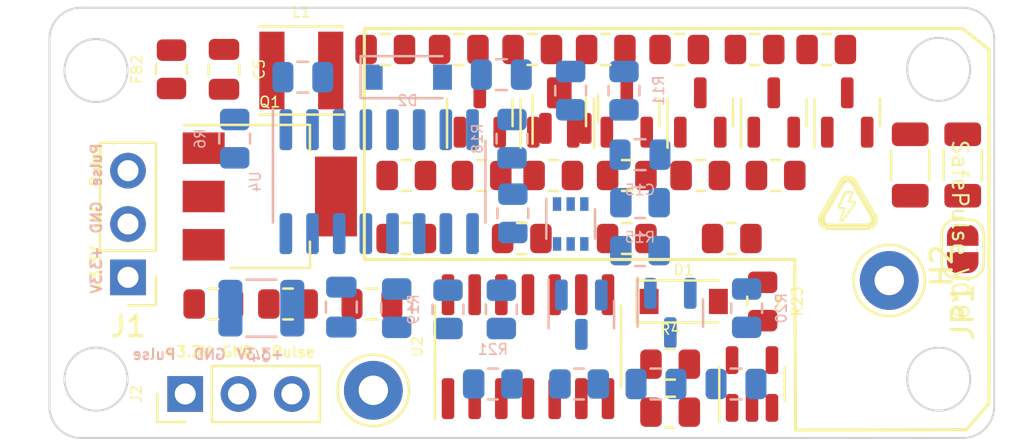
<source format=kicad_pcb>
(kicad_pcb (version 20210108) (generator pcbnew)
  (layers (0 "F.Cu" signal) (31 "B.Cu" signal) (34 "B.Paste" user) (35 "F.Paste" user) (36 "B.SilkS" user "B.Silkscreen") (37 "F.SilkS" user "F.Silkscreen") (38 "B.Mask" user) (39 "F.Mask" user) (44 "Edge.Cuts" user))
  (net 0 "")
  (net 1 "Net-(C1-Pad1)")
  (net 2 "Net-(C3-Pad1)")
  (net 3 "GND")
  (net 4 "Net-(C5-Pad1)")
  (net 5 "Net-(C7-Pad1)")
  (net 6 "Net-(C12-Pad1)")
  (net 7 "Net-(C6-Pad2)")
  (net 8 "Net-(C7-Pad2)")
  (net 9 "Net-(C10-Pad1)")
  (net 10 "Net-(C11-Pad1)")
  (net 11 "Net-(C14-Pad2)")
  (net 12 "Net-(C11-Pad2)")
  (net 13 "Net-(C12-Pad2)")
  (net 14 "Net-(C16-Pad2)")
  (net 15 "Net-(C17-Pad2)")
  (net 16 "Net-(C18-Pad2)")
  (net 17 "Net-(C20-Pad2)")
  (net 18 "Net-(C13-Pad2)")
  (net 19 "+3V3")
  (net 20 "Net-(C2-Pad1)")
  (net 21 "Net-(Q2-Pad3)")
  (net 22 "Net-(Q2-Pad1)")
  (net 23 "Net-(Q3-Pad1)")
  (net 24 "Net-(D9-Pad2)")
  (net 25 "Net-(Q3-Pad5)")
  (net 26 "Net-(C21-Pad2)")
  (net 27 "Net-(D1-Pad1)")
  (net 28 "+2V5")
  (net 29 "Net-(Q1-Pad2)")
  (net 30 "Net-(D1-Pad2)")
  (net 31 "Net-(D2-Pad1)")
  (net 32 "Net-(D2-Pad2)")
  (net 33 "Net-(FB1-Pad2)")
  (net 34 "Net-(H1-Pad1)")
  (net 35 "Net-(R2-Pad2)")
  (net 36 "Net-(C15-Pad1)")
  (net 37 "Net-(R8-Pad2)")
  (net 38 "Net-(R3-Pad2)")
  (net 39 "Net-(C19-Pad1)")
  (net 40 "Net-(R23-Pad1)")
  (net 41 "Net-(R1-Pad2)")
  (net 42 "Net-(R7-Pad2)")
  (net 43 "Net-(R10-Pad2)")
  (net 44 "Net-(U1-Pad3)")
  (net 45 "Net-(U3-Pad5)")
  (net 46 "Net-(U4-Pad7)")
  (net 47 "Net-(C22-Pad1)")
  (net 48 "Net-(U4-Pad9)")
  (net 49 "Net-(U4-Pad10)")
  (net 50 "Net-(U4-Pad14)")
  (footprint "Resistor_SMD:R_0805_2012Metric" (layer "F.Cu") (at 146 59)
    (fp_text reference "C11" hide)
    (fp_text value "0.1" hide)
    (pad "1" smd roundrect (at -0.9125 0) (size 1.025 1.4) (layers "F.Cu" "F.Paste" "F.Mask") (roundrect_rratio 0.243902) (net 10 "Net-(C11-Pad1)"))
    (pad "2" smd roundrect (at 0.9125 0) (size 1.025 1.4) (layers "F.Cu" "F.Paste" "F.Mask") (roundrect_rratio 0.243902) (net 12 "Net-(C11-Pad2)"))
  )
  (footprint "TestPoint:TestPoint_Loop_D2.60mm_Drill1.4mm_Beaded" (layer "F.Cu") (at 163 70 90)
    (fp_text reference "H2" (at 0.7 2.5 90) (layer "F.SilkS"))
    (fp_text value "Anode")
    (pad "1" thru_hole circle (at 0 0 90) (size 2.8 2.8) (drill 1.4) (layers *.Cu *.Mask) (net 41 "Net-(R1-Pad2)"))
  )
  (footprint "Jumper:SolderJumper-2_P1.3mm_Open_RoundedPad1.0x1.5mm" (layer "F.Cu") (at 166.5 68.5 -90)
    (fp_text reference "JP1" (at 3 0 90) (layer "F.SilkS"))
    (fp_text value "SolderJumper_2_Open" hide)
    (pad "1" smd custom (at -0.65 0 270) (size 1 0.5) (layers "F.Cu" "F.Mask") (net 35 "Net-(R2-Pad2)") (options (clearance outline) (anchor rect)) (primitives (gr_circle (center 0 0.25) (end 0.5 0.25) (width 0) (fill yes)) (gr_circle (center 0 -0.25) (end 0.5 -0.25) (width 0) (fill yes)) (gr_poly (pts (xy 0 -0.75) (xy 0.5 -0.75) (xy 0.5 0.75) (xy 0 0.75)) (width 0) (fill yes))))
    (pad "2" smd custom (at 0.65 0 270) (size 1 0.5) (layers "F.Cu" "F.Mask") (net 41 "Net-(R1-Pad2)") (options (clearance outline) (anchor rect)) (primitives (gr_circle (center 0 0.25) (end 0.5 0.25) (width 0) (fill yes)) (gr_circle (center 0 -0.25) (end 0.5 -0.25) (width 0) (fill yes)) (gr_poly (pts (xy 0 -0.75) (xy -0.5 -0.75) (xy -0.5 0.75) (xy 0 0.75)) (width 0) (fill yes))))
  )
  (footprint "Package_TO_SOT_SMD:SOT-23" (layer "F.Cu") (at 157.5 62 90)
    (fp_text reference "D8" hide)
    (fp_text value "BAV23" hide)
    (pad "1" smd roundrect (at -0.9375 -0.95 90) (size 1.475 0.6) (layers "F.Cu" "F.Paste" "F.Mask") (net 15 "Net-(C17-Pad2)"))
    (pad "2" smd roundrect (at -0.9375 0.95 90) (size 1.475 0.6) (layers "F.Cu" "F.Paste" "F.Mask") (net 17 "Net-(C20-Pad2)"))
    (pad "3" smd roundrect (at 0.9375 0 90) (size 1.475 0.6) (layers "F.Cu" "F.Paste" "F.Mask") (net 16 "Net-(C18-Pad2)"))
  )
  (footprint "Package_TO_SOT_SMD:SOT-23" (layer "F.Cu") (at 143.5 62 90)
    (fp_text reference "D4" hide)
    (fp_text value "BAV23" hide)
    (pad "1" smd roundrect (at -0.9375 -0.95 90) (size 1.475 0.6) (layers "F.Cu" "F.Paste" "F.Mask") (net 8 "Net-(C7-Pad2)"))
    (pad "2" smd roundrect (at -0.9375 0.95 90) (size 1.475 0.6) (layers "F.Cu" "F.Paste" "F.Mask") (net 6 "Net-(C12-Pad1)"))
    (pad "3" smd roundrect (at 0.9375 0 90) (size 1.475 0.6) (layers "F.Cu" "F.Paste" "F.Mask") (net 10 "Net-(C11-Pad1)"))
  )
  (footprint "Resistor_SMD:R_0805_2012Metric" (layer "F.Cu") (at 153 59)
    (fp_text reference "C16" hide)
    (fp_text value "0.1" hide)
    (pad "1" smd roundrect (at -0.9125 0) (size 1.025 1.4) (layers "F.Cu" "F.Paste" "F.Mask") (roundrect_rratio 0.243902) (net 18 "Net-(C13-Pad2)"))
    (pad "2" smd roundrect (at 0.9125 0) (size 1.025 1.4) (layers "F.Cu" "F.Paste" "F.Mask") (roundrect_rratio 0.243902) (net 14 "Net-(C16-Pad2)"))
  )
  (footprint "Package_TO_SOT_SMD:SOT-23" (layer "F.Cu") (at 147.574 61.818 90)
    (fp_text reference "D3" hide)
    (fp_text value "BAV23" hide)
    (pad "1" smd roundrect (at -0.9375 -0.95 90) (size 1.475 0.6) (layers "F.Cu" "F.Paste" "F.Mask") (net 5 "Net-(C7-Pad1)"))
    (pad "2" smd roundrect (at -0.9375 0.95 90) (size 1.475 0.6) (layers "F.Cu" "F.Paste" "F.Mask") (net 8 "Net-(C7-Pad2)"))
    (pad "3" smd roundrect (at 0.9375 0 90) (size 1.475 0.6) (layers "F.Cu" "F.Paste" "F.Mask") (net 7 "Net-(C6-Pad2)"))
  )
  (footprint "Capacitor_SMD:C_0805_2012Metric" (layer "F.Cu") (at 138.364 71.12 180)
    (fp_text reference "C2" hide)
    (fp_text value "1uF")
    (pad "1" smd roundrect (at -0.95 0 180) (size 1 1.45) (layers "F.Cu" "F.Paste" "F.Mask") (net 20 "Net-(C2-Pad1)"))
    (pad "2" smd roundrect (at 0.95 0 180) (size 1 1.45) (layers "F.Cu" "F.Paste" "F.Mask") (net 3 "GND"))
  )
  (footprint "Resistor_SMD:R_0805_2012Metric" (layer "F.Cu") (at 150.5 68 180)
    (fp_text reference "R8" hide)
    (fp_text value "22M" hide)
    (pad "1" smd roundrect (at -0.9125 0 180) (size 1.025 1.4) (layers "F.Cu" "F.Paste" "F.Mask") (roundrect_rratio 0.243902) (net 42 "Net-(R7-Pad2)"))
    (pad "2" smd roundrect (at 0.9125 0 180) (size 1.025 1.4) (layers "F.Cu" "F.Paste" "F.Mask") (roundrect_rratio 0.243902) (net 37 "Net-(R8-Pad2)"))
  )
  (footprint "Resistor_SMD:R_0805_2012Metric" (layer "F.Cu") (at 149.5 59)
    (fp_text reference "C13" hide)
    (fp_text value "0.1" hide)
    (pad "1" smd roundrect (at -0.9125 0) (size 1.025 1.4) (layers "F.Cu" "F.Paste" "F.Mask") (roundrect_rratio 0.243902) (net 12 "Net-(C11-Pad2)"))
    (pad "2" smd roundrect (at 0.9125 0) (size 1.025 1.4) (layers "F.Cu" "F.Paste" "F.Mask") (roundrect_rratio 0.243902) (net 18 "Net-(C13-Pad2)"))
  )
  (footprint "Resistor_SMD:R_0805_2012Metric" (layer "F.Cu") (at 155.5 68 180)
    (fp_text reference "R7" hide)
    (fp_text value "22M" hide)
    (pad "1" smd roundrect (at -0.9125 0 180) (size 1.025 1.4) (layers "F.Cu" "F.Paste" "F.Mask") (roundrect_rratio 0.243902) (net 40 "Net-(R23-Pad1)"))
    (pad "2" smd roundrect (at 0.9125 0 180) (size 1.025 1.4) (layers "F.Cu" "F.Paste" "F.Mask") (roundrect_rratio 0.243902) (net 42 "Net-(R7-Pad2)"))
  )
  (footprint "Package_TO_SOT_SMD:SOT-23" (layer "F.Cu") (at 150.5 62 90)
    (fp_text reference "D6" hide)
    (fp_text value "BAV23" hide)
    (pad "1" smd roundrect (at -0.9375 -0.95 90) (size 1.475 0.6) (layers "F.Cu" "F.Paste" "F.Mask") (net 13 "Net-(C12-Pad2)"))
    (pad "2" smd roundrect (at -0.9375 0.95 90) (size 1.475 0.6) (layers "F.Cu" "F.Paste" "F.Mask") (net 11 "Net-(C14-Pad2)"))
    (pad "3" smd roundrect (at 0.9375 0 90) (size 1.475 0.6) (layers "F.Cu" "F.Paste" "F.Mask") (net 18 "Net-(C13-Pad2)"))
  )
  (footprint "Diode_SMD:D_SOD-123" (layer "F.Cu") (at 153.213 71)
    (fp_text reference "D1" (at 0 -1.5 180) (layer "F.SilkS") (effects (font (size 0.5 0.5) (thickness 0.075))))
    (fp_text value "1N4148W" hide)
    (pad "1" smd rect (at -1.65 0) (size 0.9 1.2) (layers "F.Cu" "F.Paste" "F.Mask") (net 27 "Net-(D1-Pad1)"))
    (pad "2" smd rect (at 1.65 0) (size 0.9 1.2) (layers "F.Cu" "F.Paste" "F.Mask") (net 30 "Net-(D1-Pad2)"))
  )
  (footprint "Resistor_SMD:R_0805_2012Metric" (layer "F.Cu") (at 134.366 71.12)
    (fp_text reference "R5" hide)
    (fp_text value "R")
    (pad "1" smd roundrect (at -0.9125 0) (size 1.025 1.4) (layers "F.Cu" "F.Paste" "F.Mask") (roundrect_rratio 0.243902) (net 20 "Net-(C2-Pad1)"))
    (pad "2" smd roundrect (at 0.9125 0) (size 1.025 1.4) (layers "F.Cu" "F.Paste" "F.Mask") (roundrect_rratio 0.243902) (net 33 "Net-(FB1-Pad2)"))
  )
  (footprint "TestPoint:TestPoint_Loop_D2.60mm_Drill1.4mm_Beaded" (layer "F.Cu") (at 138.43 75.23)
    (fp_text reference "H1" hide)
    (fp_text value "Cathode")
    (pad "1" thru_hole circle (at 0 0) (size 2.8 2.8) (drill 1.4) (layers *.Cu *.Mask) (net 34 "Net-(H1-Pad1)"))
  )
  (footprint "Package_TO_SOT_SMD:SOT-23-5" (layer "F.Cu") (at 156.464 74.93 90)
    (fp_text reference "U3" hide)
    (fp_text value "MAX4162" hide)
    (pad "1" smd roundrect (at -1.1375 -0.95 90) (size 1.325 0.6) (layers "F.Cu" "F.Paste" "F.Mask") (net 38 "Net-(R3-Pad2)"))
    (pad "2" smd roundrect (at -1.1375 0 90) (size 1.325 0.6) (layers "F.Cu" "F.Paste" "F.Mask") (net 3 "GND"))
    (pad "3" smd roundrect (at -1.1375 0.95 90) (size 1.325 0.6) (layers "F.Cu" "F.Paste" "F.Mask") (net 28 "+2V5"))
    (pad "4" smd roundrect (at 1.1375 0.95 90) (size 1.325 0.6) (layers "F.Cu" "F.Paste" "F.Mask") (net 40 "Net-(R23-Pad1)"))
    (pad "5" smd roundrect (at 1.1375 -0.95 90) (size 1.325 0.6) (layers "F.Cu" "F.Paste" "F.Mask") (net 45 "Net-(U3-Pad5)"))
  )
  (footprint "Package_TO_SOT_SMD:SOT-23" (layer "F.Cu") (at 154 62 90)
    (fp_text reference "D7" hide)
    (fp_text value "BAV23" hide)
    (pad "1" smd roundrect (at -0.9375 -0.95 90) (size 1.475 0.6) (layers "F.Cu" "F.Paste" "F.Mask") (net 11 "Net-(C14-Pad2)"))
    (pad "2" smd roundrect (at -0.9375 0.95 90) (size 1.475 0.6) (layers "F.Cu" "F.Paste" "F.Mask") (net 15 "Net-(C17-Pad2)"))
    (pad "3" smd roundrect (at 0.9375 0 90) (size 1.475 0.6) (layers "F.Cu" "F.Paste" "F.Mask") (net 14 "Net-(C16-Pad2)"))
  )
  (footprint "Capacitor_SMD:C_0805_2012Metric" (layer "F.Cu") (at 131.318 59.944 -90)
    (fp_text reference "C5" (at 0 -1.68 -90) (layer "F.SilkS") (effects (font (size 0.5 0.5) (thickness 0.075))))
    (fp_text value "1uF")
    (pad "1" smd roundrect (at -0.95 0 270) (size 1 1.45) (layers "F.Cu" "F.Paste" "F.Mask") (net 4 "Net-(C5-Pad1)"))
    (pad "2" smd roundrect (at 0.95 0 270) (size 1 1.45) (layers "F.Cu" "F.Paste" "F.Mask") (net 3 "GND"))
  )
  (footprint "Resistor_SMD:R_0805_2012Metric" (layer "F.Cu") (at 154 65)
    (fp_text reference "C17" hide)
    (fp_text value "0.1" hide)
    (pad "1" smd roundrect (at -0.9125 0) (size 1.025 1.4) (layers "F.Cu" "F.Paste" "F.Mask") (roundrect_rratio 0.243902) (net 11 "Net-(C14-Pad2)"))
    (pad "2" smd roundrect (at 0.9125 0) (size 1.025 1.4) (layers "F.Cu" "F.Paste" "F.Mask") (roundrect_rratio 0.243902) (net 15 "Net-(C17-Pad2)"))
  )
  (footprint "Resistor_SMD:R_1206_3216Metric" (layer "F.Cu") (at 164 64.5 -90)
    (fp_text reference "R1" hide)
    (fp_text value "10M" hide)
    (pad "1" smd roundrect (at -1.4625 0 270) (size 1.125 1.75) (layers "F.Cu" "F.Paste" "F.Mask") (roundrect_rratio 0.222222) (net 26 "Net-(C21-Pad2)"))
    (pad "2" smd roundrect (at 1.4625 0 270) (size 1.125 1.75) (layers "F.Cu" "F.Paste" "F.Mask") (roundrect_rratio 0.222222) (net 41 "Net-(R1-Pad2)"))
  )
  (footprint "Resistor_SMD:R_0805_2012Metric" (layer "F.Cu") (at 139 59)
    (fp_text reference "C6" hide)
    (fp_text value "0.1" hide)
    (pad "1" smd roundrect (at -0.9125 0) (size 1.025 1.4) (layers "F.Cu" "F.Paste" "F.Mask") (roundrect_rratio 0.243902) (net 3 "GND"))
    (pad "2" smd roundrect (at 0.9125 0) (size 1.025 1.4) (layers "F.Cu" "F.Paste" "F.Mask") (roundrect_rratio 0.243902) (net 7 "Net-(C6-Pad2)"))
  )
  (footprint "Resistor_SMD:R_0805_2012Metric" (layer "F.Cu") (at 156.972 71 -90)
    (fp_text reference "R23" (at 0 -1.65 -90) (layer "F.SilkS") (effects (font (size 0.5 0.5) (thickness 0.075))))
    (fp_text value "3.16M" hide)
    (pad "1" smd roundrect (at -0.9125 0 270) (size 1.025 1.4) (layers "F.Cu" "F.Paste" "F.Mask") (roundrect_rratio 0.243902) (net 40 "Net-(R23-Pad1)"))
    (pad "2" smd roundrect (at 0.9125 0 270) (size 1.025 1.4) (layers "F.Cu" "F.Paste" "F.Mask") (roundrect_rratio 0.243902) (net 3 "GND"))
  )
  (footprint "Resistor_SMD:R_0805_2012Metric" (layer "F.Cu") (at 140 65)
    (fp_text reference "C7" hide)
    (fp_text value "0.1" hide)
    (pad "1" smd roundrect (at -0.9125 0) (size 1.025 1.4) (layers "F.Cu" "F.Paste" "F.Mask") (roundrect_rratio 0.243902) (net 5 "Net-(C7-Pad1)"))
    (pad "2" smd roundrect (at 0.9125 0) (size 1.025 1.4) (layers "F.Cu" "F.Paste" "F.Mask") (roundrect_rratio 0.243902) (net 8 "Net-(C7-Pad2)"))
  )
  (footprint "Resistor_SMD:R_0805_2012Metric" (layer "F.Cu") (at 150.5 65)
    (fp_text reference "C14" hide)
    (fp_text value "0.1" hide)
    (pad "1" smd roundrect (at -0.9125 0) (size 1.025 1.4) (layers "F.Cu" "F.Paste" "F.Mask") (roundrect_rratio 0.243902) (net 13 "Net-(C12-Pad2)"))
    (pad "2" smd roundrect (at 0.9125 0) (size 1.025 1.4) (layers "F.Cu" "F.Paste" "F.Mask") (roundrect_rratio 0.243902) (net 11 "Net-(C14-Pad2)"))
  )
  (footprint "Resistor_SMD:R_0805_2012Metric" (layer "F.Cu") (at 147 65)
    (fp_text reference "C12" hide)
    (fp_text value "0.1" hide)
    (pad "1" smd roundrect (at -0.9125 0) (size 1.025 1.4) (layers "F.Cu" "F.Paste" "F.Mask") (roundrect_rratio 0.243902) (net 6 "Net-(C12-Pad1)"))
    (pad "2" smd roundrect (at 0.9125 0) (size 1.025 1.4) (layers "F.Cu" "F.Paste" "F.Mask") (roundrect_rratio 0.243902) (net 13 "Net-(C12-Pad2)"))
  )
  (footprint "Inductor_SMD:L_Taiyo-Yuden_MD-4040" (layer "F.Cu") (at 135 60 180)
    (fp_text reference "L1" (at 0 2.78) (layer "F.SilkS") (effects (font (size 0.5 0.5) (thickness 0.075))))
    (fp_text value "2.2uH")
    (pad "1" smd rect (at -1.4 0 180) (size 1.2 3.7) (layers "F.Cu" "F.Paste" "F.Mask") (net 4 "Net-(C5-Pad1)"))
    (pad "2" smd rect (at 1.4 0 180) (size 1.2 3.7) (layers "F.Cu" "F.Paste" "F.Mask") (net 5 "Net-(C7-Pad1)"))
  )
  (footprint "Resistor_SMD:R_0805_2012Metric" (layer "F.Cu") (at 140 68)
    (fp_text reference "R10" hide)
    (fp_text value "22M" hide)
    (pad "1" smd roundrect (at -0.9125 0) (size 1.025 1.4) (layers "F.Cu" "F.Paste" "F.Mask") (roundrect_rratio 0.243902) (net 7 "Net-(C6-Pad2)"))
    (pad "2" smd roundrect (at 0.9125 0) (size 1.025 1.4) (layers "F.Cu" "F.Paste" "F.Mask") (roundrect_rratio 0.243902) (net 43 "Net-(R10-Pad2)"))
  )
  (footprint "Resistor_SMD:R_0805_2012Metric" (layer "F.Cu") (at 157.588 65)
    (fp_text reference "C20" hide)
    (fp_text value "0.1" hide)
    (pad "1" smd roundrect (at -0.9125 0) (size 1.025 1.4) (layers "F.Cu" "F.Paste" "F.Mask") (roundrect_rratio 0.243902) (net 15 "Net-(C17-Pad2)"))
    (pad "2" smd roundrect (at 0.9125 0) (size 1.025 1.4) (layers "F.Cu" "F.Paste" "F.Mask") (roundrect_rratio 0.243902) (net 17 "Net-(C20-Pad2)"))
  )
  (footprint "Package_SO:SOIC-14_3.9x8.7mm_P1.27mm" (layer "F.Cu") (at 145.796 73.152 90)
    (fp_text reference "U2" (at 0 -5.28 270) (layer "F.SilkS") (effects (font (size 0.5 0.5) (thickness 0.075))))
    (fp_text value "74HC14" hide)
    (pad "1" smd roundrect (at -2.475 -3.81 90) (size 1.95 0.6) (layers "F.Cu" "F.Paste" "F.Mask") (net 1 "Net-(C1-Pad1)"))
    (pad "2" smd roundrect (at -2.475 -2.54 90) (size 1.95 0.6) (layers "F.Cu" "F.Paste" "F.Mask") (net 27 "Net-(D1-Pad1)"))
    (pad "3" smd roundrect (at -2.475 -1.27 90) (size 1.95 0.6) (layers "F.Cu" "F.Paste" "F.Mask") (net 27 "Net-(D1-Pad1)"))
    (pad "4" smd roundrect (at -2.475 0 90) (size 1.95 0.6) (layers "F.Cu" "F.Paste" "F.Mask") (net 29 "Net-(Q1-Pad2)"))
    (pad "5" smd roundrect (at -2.475 1.27 90) (size 1.95 0.6) (layers "F.Cu" "F.Paste" "F.Mask") (net 27 "Net-(D1-Pad1)"))
    (pad "6" smd roundrect (at -2.475 2.54 90) (size 1.95 0.6) (layers "F.Cu" "F.Paste" "F.Mask") (net 29 "Net-(Q1-Pad2)"))
    (pad "7" smd roundrect (at -2.475 3.81 90) (size 1.95 0.6) (layers "F.Cu" "F.Paste" "F.Mask") (net 3 "GND"))
    (pad "8" smd roundrect (at 2.475 3.81 90) (size 1.95 0.6) (layers "F.Cu" "F.Paste" "F.Mask") (net 29 "Net-(Q1-Pad2)"))
    (pad "9" smd roundrect (at 2.475 2.54 90) (size 1.95 0.6) (layers "F.Cu" "F.Paste" "F.Mask") (net 27 "Net-(D1-Pad1)"))
    (pad "10" smd roundrect (at 2.475 1.27 90) (size 1.95 0.6) (layers "F.Cu" "F.Paste" "F.Mask") (net 29 "Net-(Q1-Pad2)"))
    (pad "11" smd roundrect (at 2.475 0 90) (size 1.95 0.6) (layers "F.Cu" "F.Paste" "F.Mask") (net 27 "Net-(D1-Pad1)"))
    (pad "12" smd roundrect (at 2.475 -1.27 90) (size 1.95 0.6) (layers "F.Cu" "F.Paste" "F.Mask") (net 29 "Net-(Q1-Pad2)"))
    (pad "13" smd roundrect (at 2.475 -2.54 90) (size 1.95 0.6) (layers "F.Cu" "F.Paste" "F.Mask") (net 27 "Net-(D1-Pad1)"))
    (pad "14" smd roundrect (at 2.475 -3.81 90) (size 1.95 0.6) (layers "F.Cu" "F.Paste" "F.Mask") (net 20 "Net-(C2-Pad1)"))
  )
  (footprint "Connector_PinHeader_2.54mm:PinHeader_1x03_P2.54mm_Vertical" (layer "F.Cu") (at 129.47 75.406 90)
    (fp_text reference "J2" (at 0 -2.33 90) (layer "F.SilkS") (effects (font (size 0.5 0.5) (thickness 0.075))))
    (fp_text value "Conn_01x03_Male" hide)
    (pad "1" thru_hole rect (at 0 0 90) (size 1.7 1.7) (drill 1) (layers *.Cu *.Mask) (net 19 "+3V3"))
    (pad "2" thru_hole oval (at 0 2.54 90) (size 1.7 1.7) (drill 1) (layers *.Cu *.Mask) (net 3 "GND"))
    (pad "3" thru_hole oval (at 0 5.08 90) (size 1.7 1.7) (drill 1) (layers *.Cu *.Mask) (net 32 "Net-(D2-Pad2)"))
  )
  (footprint "Resistor_SMD:R_0805_2012Metric" (layer "F.Cu") (at 128.818 59.944 90)
    (fp_text reference "FB2" (at 0 -1.65 90) (layer "F.SilkS") (effects (font (size 0.5 0.5) (thickness 0.075))))
    (fp_text value "Ferrite_Bead" hide)
    (pad "1" smd roundrect (at -0.9125 0 90) (size 1.025 1.4) (layers "F.Cu" "F.Paste" "F.Mask") (roundrect_rratio 0.243902) (net 19 "+3V3"))
    (pad "2" smd roundrect (at 0.9125 0 90) (size 1.025 1.4) (layers "F.Cu" "F.Paste" "F.Mask") (roundrect_rratio 0.243902) (net 4 "Net-(C5-Pad1)"))
  )
  (footprint "Resistor_SMD:R_0805_2012Metric" (layer "F.Cu") (at 145.5 68 180)
    (fp_text reference "R9" hide)
    (fp_text value "22M" hide)
    (pad "1" smd roundrect (at -0.9125 0 180) (size 1.025 1.4) (layers "F.Cu" "F.Paste" "F.Mask") (roundrect_rratio 0.243902) (net 37 "Net-(R8-Pad2)"))
    (pad "2" smd roundrect (at 0.9125 0 180) (size 1.025 1.4) (layers "F.Cu" "F.Paste" "F.Mask") (roundrect_rratio 0.243902) (net 43 "Net-(R10-Pad2)"))
  )
  (footprint "Resistor_SMD:R_0805_2012Metric" (layer "F.Cu") (at 152.566 76.272)
    (fp_text reference "R3" hide)
    (fp_text value "100K" hide)
    (pad "1" smd roundrect (at -0.9125 0) (size 1.025 1.4) (layers "F.Cu" "F.Paste" "F.Mask") (roundrect_rratio 0.243902) (net 1 "Net-(C1-Pad1)"))
    (pad "2" smd roundrect (at 0.9125 0) (size 1.025 1.4) (layers "F.Cu" "F.Paste" "F.Mask") (roundrect_rratio 0.243902) (net 38 "Net-(R3-Pad2)"))
  )
  (footprint "Resistor_SMD:R_0805_2012Metric" (layer "F.Cu") (at 152.566 73.986)
    (fp_text reference "R4" (at 0 -1.65) (layer "F.SilkS") (effects (font (size 0.5 0.5) (thickness 0.075))))
    (fp_text value "100K")
    (pad "1" smd roundrect (at -0.9125 0) (size 1.025 1.4) (layers "F.Cu" "F.Paste" "F.Mask") (roundrect_rratio 0.243902) (net 1 "Net-(C1-Pad1)"))
    (pad "2" smd roundrect (at 0.9125 0) (size 1.025 1.4) (layers "F.Cu" "F.Paste" "F.Mask") (roundrect_rratio 0.243902) (net 30 "Net-(D1-Pad2)"))
  )
  (footprint "Resistor_SMD:R_0805_2012Metric" (layer "F.Cu") (at 156.588 59)
    (fp_text reference "C18" hide)
    (fp_text value "0.1" hide)
    (pad "1" smd roundrect (at -0.9125 0) (size 1.025 1.4) (layers "F.Cu" "F.Paste" "F.Mask") (roundrect_rratio 0.243902) (net 14 "Net-(C16-Pad2)"))
    (pad "2" smd roundrect (at 0.9125 0) (size 1.025 1.4) (layers "F.Cu" "F.Paste" "F.Mask") (roundrect_rratio 0.243902) (net 16 "Net-(C18-Pad2)"))
  )
  (footprint "Resistor_SMD:R_0805_2012Metric" (layer "F.Cu") (at 143.588 65)
    (fp_text reference "C9" hide)
    (fp_text value "0.1" hide)
    (pad "1" smd roundrect (at -0.9125 0) (size 1.025 1.4) (layers "F.Cu" "F.Paste" "F.Mask") (roundrect_rratio 0.243902) (net 8 "Net-(C7-Pad2)"))
    (pad "2" smd roundrect (at 0.9125 0) (size 1.025 1.4) (layers "F.Cu" "F.Paste" "F.Mask") (roundrect_rratio 0.243902) (net 6 "Net-(C12-Pad1)"))
  )
  (footprint "Package_TO_SOT_SMD:SOT-223-3_TabPin2" (layer "F.Cu") (at 133.5 66)
    (fp_text reference "Q1" (at 0 -4.5) (layer "F.SilkS") (effects (font (size 0.5 0.5) (thickness 0.075))))
    (fp_text value "FQT7N10" hide)
    (pad "1" smd rect (at -3.15 -2.3) (size 2 1.5) (layers "F.Cu" "F.Paste" "F.Mask") (net 5 "Net-(C7-Pad1)"))
    (pad "2" smd rect (at 3.15 0) (size 2 3.8) (layers "F.Cu" "F.Paste" "F.Mask") (net 29 "Net-(Q1-Pad2)"))
    (pad "2" smd rect (at -3.15 0) (size 2 1.5) (layers "F.Cu" "F.Paste" "F.Mask") (net 29 "Net-(Q1-Pad2)"))
    (pad "3" smd rect (at -3.15 2.3) (size 2 1.5) (layers "F.Cu" "F.Paste" "F.Mask") (net 3 "GND"))
  )
  (footprint "Package_TO_SOT_SMD:SOT-23" (layer "F.Cu") (at 161 62 90)
    (fp_text reference "D9" hide)
    (fp_text value "BAV23" hide)
    (pad "1" smd roundrect (at -0.9375 -0.95 90) (size 1.475 0.6) (layers "F.Cu" "F.Paste" "F.Mask") (net 17 "Net-(C20-Pad2)"))
    (pad "2" smd roundrect (at -0.9375 0.95 90) (size 1.475 0.6) (layers "F.Cu" "F.Paste" "F.Mask") (net 24 "Net-(D9-Pad2)"))
    (pad "3" smd roundrect (at 0.9375 0 90) (size 1.475 0.6) (layers "F.Cu" "F.Paste" "F.Mask") (net 26 "Net-(C21-Pad2)"))
  )
  (footprint "Resistor_SMD:R_0805_2012Metric" (layer "F.Cu") (at 160 59)
    (fp_text reference "C21" hide)
    (fp_text value "0.1" hide)
    (pad "1" smd roundrect (at -0.9125 0) (size 1.025 1.4) (layers "F.Cu" "F.Paste" "F.Mask") (roundrect_rratio 0.243902) (net 16 "Net-(C18-Pad2)"))
    (pad "2" smd roundrect (at 0.9125 0) (size 1.025 1.4) (layers "F.Cu" "F.Paste" "F.Mask") (roundrect_rratio 0.243902) (net 26 "Net-(C21-Pad2)"))
  )
  (footprint "Resistor_SMD:R_0805_2012Metric" (layer "F.Cu") (at 142.5 59)
    (fp_text reference "C8" hide)
    (fp_text value "0.1" hide)
    (pad "1" smd roundrect (at -0.9125 0) (size 1.025 1.4) (layers "F.Cu" "F.Paste" "F.Mask") (roundrect_rratio 0.243902) (net 7 "Net-(C6-Pad2)"))
    (pad "2" smd roundrect (at 0.9125 0) (size 1.025 1.4) (layers "F.Cu" "F.Paste" "F.Mask") (roundrect_rratio 0.243902) (net 10 "Net-(C11-Pad1)"))
  )
  (footprint "Resistor_SMD:R_0805_2012Metric" (layer "F.Cu") (at 130.81 71.12)
    (fp_text reference "FB1" hide)
    (fp_text value "Ferrite_Bead" hide)
    (pad "1" smd roundrect (at -0.9125 0) (size 1.025 1.4) (layers "F.Cu" "F.Paste" "F.Mask") (roundrect_rratio 0.243902) (net 19 "+3V3"))
    (pad "2" smd roundrect (at 0.9125 0) (size 1.025 1.4) (layers "F.Cu" "F.Paste" "F.Mask") (roundrect_rratio 0.243902) (net 33 "Net-(FB1-Pad2)"))
  )
  (footprint "Resistor_SMD:R_1206_3216Metric" (layer "F.Cu") (at 166.5 64.5 -90)
    (fp_text reference "R2" hide)
    (fp_text value "10M" hide)
    (pad "1" smd roundrect (at -1.4625 0 270) (size 1.125 1.75) (layers "F.Cu" "F.Paste" "F.Mask") (roundrect_rratio 0.222222) (net 26 "Net-(C21-Pad2)"))
    (pad "2" smd roundrect (at 1.4625 0 270) (size 1.125 1.75) (layers "F.Cu" "F.Paste" "F.Mask") (roundrect_rratio 0.222222) (net 35 "Net-(R2-Pad2)"))
  )
  (footprint "Package_TO_SOT_SMD:SOT-23" (layer "F.Cu") (at 147 62 90)
    (fp_text reference "D5" hide)
    (fp_text value "BAV23" hide)
    (pad "1" smd roundrect (at -0.9375 -0.95 90) (size 1.475 0.6) (layers "F.Cu" "F.Paste" "F.Mask") (net 6 "Net-(C12-Pad1)"))
    (pad "2" smd roundrect (at -0.9375 0.95 90) (size 1.475 0.6) (layers "F.Cu" "F.Paste" "F.Mask") (net 13 "Net-(C12-Pad2)"))
    (pad "3" smd roundrect (at 0.9375 0 90) (size 1.475 0.6) (layers "F.Cu" "F.Paste" "F.Mask") (net 12 "Net-(C11-Pad2)"))
  )
  (footprint "Connector_PinHeader_2.54mm:PinHeader_1x03_P2.54mm_Vertical" (layer "F.Cu") (at 126.746 69.85 180)
    (fp_text reference "J1" (at 0 -2.33) (layer "F.SilkS"))
    (fp_text value "Conn_01x03_Male" hide)
    (pad "1" thru_hole rect (at 0 0 180) (size 1.7 1.7) (drill 1) (layers *.Cu *.Mask) (net 19 "+3V3"))
    (pad "2" thru_hole oval (at 0 2.54 180) (size 1.7 1.7) (drill 1) (layers *.Cu *.Mask) (net 3 "GND"))
    (pad "3" thru_hole oval (at 0 5.08 180) (size 1.7 1.7) (drill 1) (layers *.Cu *.Mask) (net 32 "Net-(D2-Pad2)"))
  )
  (footprint "Resistor_SMD:R_0805_2012Metric" (layer "B.Cu") (at 144.1215 74.93 180)
    (fp_text reference "R21" (at 0 1.65 180) (layer "B.SilkS") (effects (font (size 0.5 0.5) (thickness 0.075)) (justify mirror)))
    (fp_text value "47k")
    (pad "1" smd roundrect (at -0.9125 0 180) (size 1.025 1.4) (layers "B.Cu" "B.Paste" "B.Mask") (roundrect_rratio 0.243902) (net 34 "Net-(H1-Pad1)"))
    (pad "2" smd roundrect (at 0.9125 0 180) (size 1.025 1.4) (layers "B.Cu" "B.Paste" "B.Mask") (roundrect_rratio 0.243902) (net 47 "Net-(C22-Pad1)"))
  )
  (footprint "Resistor_SMD:R_0805_2012Metric" (layer "B.Cu") (at 139.542 71.318 -90)
    (fp_text reference "R12" hide)
    (fp_text value "100")
    (pad "1" smd roundrect (at -0.9125 0 270) (size 1.025 1.4) (layers "B.Cu" "B.Paste" "B.Mask") (roundrect_rratio 0.243902) (net 19 "+3V3"))
    (pad "2" smd roundrect (at 0.9125 0 270) (size 1.025 1.4) (layers "B.Cu" "B.Paste" "B.Mask") (roundrect_rratio 0.243902) (net 9 "Net-(C10-Pad1)"))
  )
  (footprint "Package_TO_SOT_SMD:SOT-363_SC-70-6" (layer "B.Cu") (at 147.828 67.31 -90)
    (fp_text reference "Q3" hide)
    (fp_text value "MMDT3906" hide)
    (pad "1" smd rect (at -0.95 0.65 270) (size 0.65 0.4) (layers "B.Cu" "B.Paste" "B.Mask") (net 23 "Net-(Q3-Pad1)"))
    (pad "2" smd rect (at -0.95 0 270) (size 0.65 0.4) (layers "B.Cu" "B.Paste" "B.Mask") (net 36 "Net-(C15-Pad1)"))
    (pad "3" smd rect (at -0.95 -0.65 270) (size 0.65 0.4) (layers "B.Cu" "B.Paste" "B.Mask") (net 3 "GND"))
    (pad "4" smd rect (at 0.95 -0.65 270) (size 0.65 0.4) (layers "B.Cu" "B.Paste" "B.Mask") (net 23 "Net-(Q3-Pad1)"))
    (pad "5" smd rect (at 0.95 0 270) (size 0.65 0.4) (layers "B.Cu" "B.Paste" "B.Mask") (net 25 "Net-(Q3-Pad5)"))
    (pad "6" smd rect (at 0.95 0.65 270) (size 0.65 0.4) (layers "B.Cu" "B.Paste" "B.Mask") (net 22 "Net-(Q2-Pad1)"))
  )
  (footprint "Resistor_SMD:R_0805_2012Metric" (layer "B.Cu") (at 145.074 66.802 -90)
    (fp_text reference "R17" hide)
    (fp_text value "499k" hide)
    (pad "1" smd roundrect (at -0.9125 0 270) (size 1.025 1.4) (layers "B.Cu" "B.Paste" "B.Mask") (roundrect_rratio 0.243902) (net 39 "Net-(C19-Pad1)"))
    (pad "2" smd roundrect (at 0.9125 0 270) (size 1.025 1.4) (layers "B.Cu" "B.Paste" "B.Mask") (roundrect_rratio 0.243902) (net 23 "Net-(Q3-Pad1)"))
  )
  (footprint "Capacitor_SMD:C_0805_2012Metric" (layer "B.Cu") (at 136.906 71.268 -90)
    (fp_text reference "C10" hide)
    (fp_text value "1uF")
    (pad "1" smd roundrect (at -0.95 0 270) (size 1 1.45) (layers "B.Cu" "B.Paste" "B.Mask") (net 9 "Net-(C10-Pad1)"))
    (pad "2" smd roundrect (at 0.95 0 270) (size 1 1.45) (layers "B.Cu" "B.Paste" "B.Mask") (net 3 "GND"))
  )
  (footprint "Capacitor_SMD:C_0805_2012Metric" (layer "B.Cu") (at 151.13 64.008)
    (fp_text reference "C15" (at 0 1.68 180) (layer "B.SilkS") (effects (font (size 0.5 0.5) (thickness 0.075)) (justify mirror)))
    (fp_text value "C")
    (pad "1" smd roundrect (at -0.95 0) (size 1 1.45) (layers "B.Cu" "B.Paste" "B.Mask") (net 36 "Net-(C15-Pad1)"))
    (pad "2" smd roundrect (at 0.95 0) (size 1 1.45) (layers "B.Cu" "B.Paste" "B.Mask") (net 3 "GND"))
  )
  (footprint "Resistor_SMD:R_0805_2012Metric" (layer "B.Cu") (at 131.826 63.246 -90)
    (fp_text reference "R6" (at 0 1.65 -90) (layer "B.SilkS") (effects (font (size 0.5 0.5) (thickness 0.075)) (justify mirror)))
    (fp_text value "121k")
    (pad "1" smd roundrect (at -0.9125 0 270) (size 1.025 1.4) (layers "B.Cu" "B.Paste" "B.Mask") (roundrect_rratio 0.243902) (net 9 "Net-(C10-Pad1)"))
    (pad "2" smd roundrect (at 0.9125 0 270) (size 1.025 1.4) (layers "B.Cu" "B.Paste" "B.Mask") (roundrect_rratio 0.243902) (net 2 "Net-(C3-Pad1)"))
  )
  (footprint "Resistor_SMD:R_0805_2012Metric" (layer "B.Cu") (at 148.2325 74.93 180)
    (fp_text reference "R22" hide)
    (fp_text value "20k" hide)
    (pad "1" smd roundrect (at -0.9125 0 180) (size 1.025 1.4) (layers "B.Cu" "B.Paste" "B.Mask") (roundrect_rratio 0.243902) (net 47 "Net-(C22-Pad1)"))
    (pad "2" smd roundrect (at 0.9125 0 180) (size 1.025 1.4) (layers "B.Cu" "B.Paste" "B.Mask") (roundrect_rratio 0.243902) (net 3 "GND"))
  )
  (footprint "Capacitor_SMD:C_0805_2012Metric" (layer "B.Cu") (at 151.892 74.93)
    (fp_text reference "C22" hide)
    (fp_text value "C" hide)
    (pad "1" smd roundrect (at -0.95 0) (size 1 1.45) (layers "B.Cu" "B.Paste" "B.Mask") (net 47 "Net-(C22-Pad1)"))
    (pad "2" smd roundrect (at 0.95 0) (size 1 1.45) (layers "B.Cu" "B.Paste" "B.Mask") (net 3 "GND"))
  )
  (footprint "Resistor_SMD:R_0805_2012Metric" (layer "B.Cu") (at 156.21 71.318 90)
    (fp_text reference "R20" (at 0 1.65 90) (layer "B.SilkS") (effects (font (size 0.5 0.5) (thickness 0.075)) (justify mirror)))
    (fp_text value "560K")
    (pad "1" smd roundrect (at -0.9125 0 90) (size 1.025 1.4) (layers "B.Cu" "B.Paste" "B.Mask") (roundrect_rratio 0.243902) (net 19 "+3V3"))
    (pad "2" smd roundrect (at 0.9125 0 90) (size 1.025 1.4) (layers "B.Cu" "B.Paste" "B.Mask") (roundrect_rratio 0.243902) (net 28 "+2V5"))
  )
  (footprint "Package_TO_SOT_SMD:SOT-23" (layer "B.Cu") (at 148.336 71.628 -90)
    (fp_text reference "Q2" hide)
    (fp_text value "BC846" hide)
    (pad "1" smd roundrect (at -0.9375 0.95 270) (size 1.475 0.6) (layers "B.Cu" "B.Paste" "B.Mask") (net 22 "Net-(Q2-Pad1)"))
    (pad "2" smd roundrect (at -0.9375 -0.95 270) (size 1.475 0.6) (layers "B.Cu" "B.Paste" "B.Mask") (net 3 "GND"))
    (pad "3" smd roundrect (at 0.9375 0 270) (size 1.475 0.6) (layers "B.Cu" "B.Paste" "B.Mask") (net 21 "Net-(Q2-Pad3)"))
  )
  (footprint "Resistor_SMD:R_0805_2012Metric" (layer "B.Cu") (at 145.034 63.246 -90)
    (fp_text reference "R18" (at 0 1.65 -90) (layer "B.SilkS") (effects (font (size 0.5 0.5) (thickness 0.075)) (justify mirror)))
    (fp_text value "1k")
    (pad "1" smd roundrect (at -0.9125 0 270) (size 1.025 1.4) (layers "B.Cu" "B.Paste" "B.Mask") (roundrect_rratio 0.243902) (net 39 "Net-(C19-Pad1)"))
    (pad "2" smd roundrect (at 0.9125 0 270) (size 1.025 1.4) (layers "B.Cu" "B.Paste" "B.Mask") (roundrect_rratio 0.243902) (net 19 "+3V3"))
  )
  (footprint "Capacitor_SMD:C_0805_2012Metric" (layer "B.Cu") (at 155.702 74.93)
    (fp_text reference "C1" hide)
    (fp_text value "0.1")
    (pad "1" smd roundrect (at -0.95 0) (size 1 1.45) (layers "B.Cu" "B.Paste" "B.Mask") (net 1 "Net-(C1-Pad1)"))
    (pad "2" smd roundrect (at 0.95 0) (size 1 1.45) (layers "B.Cu" "B.Paste" "B.Mask") (net 3 "GND"))
  )
  (footprint "Resistor_SMD:R_0805_2012Metric" (layer "B.Cu") (at 151.13 68.58 180)
    (fp_text reference "R14" hide)
    (fp_text value "1M49" hide)
    (pad "1" smd roundrect (at -0.9125 0 180) (size 1.025 1.4) (layers "B.Cu" "B.Paste" "B.Mask") (roundrect_rratio 0.243902) (net 28 "+2V5"))
    (pad "2" smd roundrect (at 0.9125 0 180) (size 1.025 1.4) (layers "B.Cu" "B.Paste" "B.Mask") (roundrect_rratio 0.243902) (net 36 "Net-(C15-Pad1)"))
  )
  (footprint "Resistor_SMD:R_0805_2012Metric" (layer "B.Cu") (at 150.368 60.96 90)
    (fp_text reference "R11" (at 0 1.65 90) (layer "B.SilkS") (effects (font (size 0.5 0.5) (thickness 0.075)) (justify mirror)))
    (fp_text value "33k")
    (pad "1" smd roundrect (at -0.9125 0 90) (size 1.025 1.4) (layers "B.Cu" "B.Paste" "B.Mask") (roundrect_rratio 0.243902) (net 31 "Net-(D2-Pad1)"))
    (pad "2" smd roundrect (at 0.9125 0 90) (size 1.025 1.4) (layers "B.Cu" "B.Paste" "B.Mask") (roundrect_rratio 0.243902) (net 21 "Net-(Q2-Pad3)"))
  )
  (footprint "Resistor_SMD:R_0805_2012Metric" (layer "B.Cu") (at 147.828 60.96 90)
    (fp_text reference "R13" hide)
    (fp_text value "100k" hide)
    (pad "1" smd roundrect (at -0.9125 0 90) (size 1.025 1.4) (layers "B.Cu" "B.Paste" "B.Mask") (roundrect_rratio 0.243902) (net 39 "Net-(C19-Pad1)"))
    (pad "2" smd roundrect (at 0.9125 0 90) (size 1.025 1.4) (layers "B.Cu" "B.Paste" "B.Mask") (roundrect_rratio 0.243902) (net 21 "Net-(Q2-Pad3)"))
  )
  (footprint "Package_SO:SOIC-16_3.9x9.9mm_P1.27mm" (layer "B.Cu") (at 138.709 65.293 -90)
    (fp_text reference "U4" (at 0 5.9 -90) (layer "B.SilkS") (effects (font (size 0.5 0.5) (thickness 0.075)) (justify mirror)))
    (fp_text value "CD14538BM" hide)
    (pad "1" smd roundrect (at -2.475 4.445 270) (size 1.95 0.6) (layers "B.Cu" "B.Paste" "B.Mask") (net 3 "GND"))
    (pad "2" smd roundrect (at -2.475 3.175 270) (size 1.95 0.6) (layers "B.Cu" "B.Paste" "B.Mask") (net 2 "Net-(C3-Pad1)"))
    (pad "3" smd roundrect (at -2.475 1.905 270) (size 1.95 0.6) (layers "B.Cu" "B.Paste" "B.Mask") (net 9 "Net-(C10-Pad1)"))
    (pad "4" smd roundrect (at -2.475 0.635 270) (size 1.95 0.6) (layers "B.Cu" "B.Paste" "B.Mask") (net 3 "GND"))
    (pad "5" smd roundrect (at -2.475 -0.635 270) (size 1.95 0.6) (layers "B.Cu" "B.Paste" "B.Mask") (net 31 "Net-(D2-Pad1)"))
    (pad "6" smd roundrect (at -2.475 -1.905 270) (size 1.95 0.6) (layers "B.Cu" "B.Paste" "B.Mask") (net 32 "Net-(D2-Pad2)"))
    (pad "7" smd roundrect (at -2.475 -3.175 270) (size 1.95 0.6) (layers "B.Cu" "B.Paste" "B.Mask") (net 46 "Net-(U4-Pad7)"))
    (pad "8" smd roundrect (at -2.475 -4.445 270) (size 1.95 0.6) (layers "B.Cu" "B.Paste" "B.Mask") (net 3 "GND"))
    (pad "9" smd roundrect (at 2.475 -4.445 270) (size 1.95 0.6) (layers "B.Cu" "B.Paste" "B.Mask") (net 48 "Net-(U4-Pad9)"))
    (pad "10" smd roundrect (at 2.475 -3.175 270) (size 1.95 0.6) (layers "B.Cu" "B.Paste" "B.Mask") (net 49 "Net-(U4-Pad10)"))
    (pad "11" smd roundrect (at 2.475 -1.905 270) (size 1.95 0.6) (layers "B.Cu" "B.Paste" "B.Mask") (net 3 "GND"))
    (pad "12" smd roundrect (at 2.475 -0.635 270) (size 1.95 0.6) (layers "B.Cu" "B.Paste" "B.Mask") (net 9 "Net-(C10-Pad1)"))
    (pad "13" smd roundrect (at 2.475 0.635 270) (size 1.95 0.6) (layers "B.Cu" "B.Paste" "B.Mask") (net 3 "GND"))
    (pad "14" smd roundrect (at 2.475 1.905 270) (size 1.95 0.6) (layers "B.Cu" "B.Paste" "B.Mask") (net 50 "Net-(U4-Pad14)"))
    (pad "15" smd roundrect (at 2.475 3.175 270) (size 1.95 0.6) (layers "B.Cu" "B.Paste" "B.Mask") (net 3 "GND"))
    (pad "16" smd roundrect (at 2.475 4.445 270) (size 1.95 0.6) (layers "B.Cu" "B.Paste" "B.Mask") (net 9 "Net-(C10-Pad1)"))
  )
  (footprint "Diode_SMD:D_SOD-123" (layer "B.Cu") (at 140.074 60.318)
    (fp_text reference "D2" (at -0.012 1.116 180) (layer "B.SilkS") (effects (font (size 0.5 0.5) (thickness 0.075)) (justify mirror)))
    (fp_text value "1N4148W" hide)
    (pad "1" smd rect (at -1.65 0) (size 0.9 1.2) (layers "B.Cu" "B.Paste" "B.Mask") (net 31 "Net-(D2-Pad1)"))
    (pad "2" smd rect (at 1.65 0) (size 0.9 1.2) (layers "B.Cu" "B.Paste" "B.Mask") (net 32 "Net-(D2-Pad2)"))
  )
  (footprint "Resistor_SMD:R_0805_2012Metric" (layer "B.Cu") (at 151.13 66.294)
    (fp_text reference "R15" (at 0 1.65 180) (layer "B.SilkS") (effects (font (size 0.5 0.5) (thickness 0.075)) (justify mirror)))
    (fp_text value "392k")
    (pad "1" smd roundrect (at -0.9125 0) (size 1.025 1.4) (layers "B.Cu" "B.Paste" "B.Mask") (roundrect_rratio 0.243902) (net 36 "Net-(C15-Pad1)"))
    (pad "2" smd roundrect (at 0.9125 0) (size 1.025 1.4) (layers "B.Cu" "B.Paste" "B.Mask") (roundrect_rratio 0.243902) (net 3 "GND"))
  )
  (footprint "Capacitor_SMD:C_0805_2012Metric" (layer "B.Cu") (at 144.526 60.198 180)
    (fp_text reference "C19" hide)
    (fp_text value "C")
    (pad "1" smd roundrect (at -0.95 0 180) (size 1 1.45) (layers "B.Cu" "B.Paste" "B.Mask") (net 39 "Net-(C19-Pad1)"))
    (pad "2" smd roundrect (at 0.95 0 180) (size 1 1.45) (layers "B.Cu" "B.Paste" "B.Mask") (net 3 "GND"))
  )
  (footprint "Package_TO_SOT_SMD:SOT-23" (layer "B.Cu") (at 152.574 71.5495 -90)
    (fp_text reference "U1" hide)
    (fp_text value "MAX6008AEUR+T" hide)
    (pad "1" smd roundrect (at -0.9375 0.95 270) (size 1.475 0.6) (layers "B.Cu" "B.Paste" "B.Mask") (net 28 "+2V5"))
    (pad "2" smd roundrect (at -0.9375 -0.95 270) (size 1.475 0.6) (layers "B.Cu" "B.Paste" "B.Mask") (net 3 "GND"))
    (pad "3" smd roundrect (at 0.9375 0 270) (size 1.475 0.6) (layers "B.Cu" "B.Paste" "B.Mask") (net 44 "Net-(U1-Pad3)"))
  )
  (footprint "Resistor_SMD:R_0805_2012Metric" (layer "B.Cu") (at 144.526 71.374 90)
    (fp_text reference "R16" hide)
    (fp_text value "1M" hide)
    (pad "1" smd roundrect (at -0.9125 0 90) (size 1.025 1.4) (layers "B.Cu" "B.Paste" "B.Mask") (roundrect_rratio 0.243902) (net 22 "Net-(Q2-Pad1)"))
    (pad "2" smd roundrect (at 0.9125 0 90) (size 1.025 1.4) (layers "B.Cu" "B.Paste" "B.Mask") (roundrect_rratio 0.243902) (net 3 "GND"))
  )
  (footprint "Capacitor_SMD:C_1210_3225Metric" (layer "B.Cu") (at 133.096 71.318)
    (fp_text reference "C4" (at 0 2.3 180) (layer "B.SilkS") (effects (font (size 0.5 0.5) (thickness 0.075)) (justify mirror)))
    (fp_text value "10uF")
    (pad "1" smd roundrect (at -1.475 0) (size 1.15 2.7) (layers "B.Cu" "B.Paste" "B.Mask") (roundrect_rratio 0.217391) (net 19 "+3V3"))
    (pad "2" smd roundrect (at 1.475 0) (size 1.15 2.7) (layers "B.Cu" "B.Paste" "B.Mask") (roundrect_rratio 0.217391) (net 3 "GND"))
  )
  (footprint "Resistor_SMD:R_0805_2012Metric" (layer "B.Cu") (at 141.986 71.374 -90)
    (fp_text reference "R19" (at 0 1.65 -90) (layer "B.SilkS") (effects (font (size 0.5 0.5) (thickness 0.075)) (justify mirror)))
    (fp_text value "100k")
    (pad "1" smd roundrect (at -0.9125 0 270) (size 1.025 1.4) (layers "B.Cu" "B.Paste" "B.Mask") (roundrect_rratio 0.243902) (net 25 "Net-(Q3-Pad5)"))
    (pad "2" smd roundrect (at 0.9125 0 270) (size 1.025 1.4) (layers "B.Cu" "B.Paste" "B.Mask") (roundrect_rratio 0.243902) (net 47 "Net-(C22-Pad1)"))
  )
  (footprint "Capacitor_SMD:C_0805_2012Metric" (layer "B.Cu") (at 135.074 60.318 180)
    (fp_text reference "C3" hide)
    (fp_text value "1nF")
    (pad "1" smd roundrect (at -0.95 0 180) (size 1 1.45) (layers "B.Cu" "B.Paste" "B.Mask") (net 2 "Net-(C3-Pad1)"))
    (pad "2" smd roundrect (at 0.95 0 180) (size 1 1.45) (layers "B.Cu" "B.Paste" "B.Mask") (net 3 "GND"))
  )
  (gr_line (start 161.238979 65.846755) (end 161.23939 65.850677) (layer "F.SilkS") (width 0.104))
  (gr_line (start 160.689228 67.098508) (end 160.689309 67.095645) (layer "F.SilkS") (width 0.104))
  (gr_line (start 162.178304 67.10004) (end 162.178856 67.083256) (layer "F.SilkS") (width 0.104))
  (gr_line (start 160.073106 67.419537) (end 160.083654 67.420394) (layer "F.SilkS") (width 0.104))
  (gr_line (start 160.869422 66.553072) (end 160.65656 66.553072) (layer "F.SilkS") (width 0.104))
  (gr_line (start 160.90274 65.823785) (end 160.903902 65.821824) (layer "F.SilkS") (width 0.104))
  (gr_line (start 162.392412 67.161324) (end 162.3877 67.189717) (layer "F.SilkS") (width 0.104))
  (gr_line (start 160.817607 65.112963) (end 160.830353 65.10642) (layer "F.SilkS") (width 0.104))
  (gr_line (start 160.953871 65.066931) (end 160.968416 65.06479) (layer "F.SilkS") (width 0.104))
  (gr_line (start 159.663273 67.161324) (end 159.660447 67.132773) (layer "F.SilkS") (width 0.104))
  (gr_line (start 160.689449 67.104197) (end 160.689276 67.10136) (layer "F.SilkS") (width 0.104))
  (gr_line (start 160.704249 67.140067) (end 160.702477 67.137863) (layer "F.SilkS") (width 0.104))
  (gr_line (start 161.350741 66.274509) (end 161.352937 66.278368) (layer "F.SilkS") (width 0.104))
  (gr_line (start 161.349095 66.344606) (end 160.805829 67.135363) (layer "F.SilkS") (width 0.104))
  (gr_line (start 161.413028 65.283342) (end 161.413028 65.283342) (layer "F.SilkS") (width 0.104))
  (gr_line (start 161.07018 65.191509) (end 161.059721 65.190315) (layer "F.SilkS") (width 0.104))
  (gr_line (start 160.73509 67.160469) (end 160.733312 67.159896) (layer "F.SilkS") (width 0.104))
  (gr_line (start 162.213915 67.28077) (end 162.22518 67.262636) (layer "F.SilkS") (width 0.104))
  (gr_line (start 159.719798 66.881746) (end 160.642644 65.283342) (layer "F.SilkS") (width 0.104))
  (gr_line (start 162.395239 67.132773) (end 162.392412 67.161324) (layer "F.SilkS") (width 0.104))
  (gr_line (start 162.135193 67.509559) (end 162.122019 67.515261) (layer "F.SilkS") (width 0.104))
  (gr_line (start 160.903902 65.821824) (end 160.905128 65.819914) (layer "F.SilkS") (width 0.104))
  (gr_line (start 161.104432 65.292458) (end 161.096268 65.290134) (layer "F.SilkS") (width 0.104))
  (gr_line (start 159.790226 67.144877) (end 159.793582 67.165112) (layer "F.SilkS") (width 0.104))
  (gr_line (start 160.016628 67.540335) (end 159.988281 67.533761) (layer "F.SilkS") (width 0.104))
  (gr_line (start 162.072789 67.397117) (end 162.091416 67.388692) (layer "F.SilkS") (width 0.104))
  (gr_line (start 162.26814 67.104122) (end 162.267469 67.083722) (layer "F.SilkS") (width 0.104))
  (gr_line (start 160.901645 65.825794) (end 160.90274 65.823785) (layer "F.SilkS") (width 0.104))
  (gr_line (start 160.756943 67.162943) (end 160.75311 67.163057) (layer "F.SilkS") (width 0.104))
  (gr_line (start 160.912158 65.811155) (end 160.913732 65.80957) (layer "F.SilkS") (width 0.104))
  (gr_line (start 160.593148 66.48101) (end 160.593779 66.477052) (layer "F.SilkS") (width 0.104))
  (gr_line (start 160.65656 66.553072) (end 160.65656 66.553072) (layer "F.SilkS") (width 0.104))
  (gr_line (start 162.335873 66.881746) (end 162.350008 66.908162) (layer "F.SilkS") (width 0.104))
  (gr_line (start 162.089235 67.280044) (end 162.101597 67.268441) (layer "F.SilkS") (width 0.104))
  (gr_line (start 160.031861 67.412778) (end 160.042018 67.41496) (layer "F.SilkS") (width 0.104))
  (gr_line (start 161.179702 65.791573) (end 161.18371 65.791953) (layer "F.SilkS") (width 0.104))
  (gr_line (start 160.592766 66.48499) (end 160.593148 66.48101) (layer "F.SilkS") (width 0.104))
  (gr_line (start 160.075052 67.547954) (end 160.045575 67.545079) (layer "F.SilkS") (width 0.104))
  (gr_line (start 162.013662 67.414966) (end 162.033864 67.410282) (layer "F.SilkS") (width 0.104))
  (gr_line (start 161.225318 65.10641) (end 161.250584 65.119907) (layer "F.SilkS") (width 0.104))
  (gr_line (start 160.137997 67.343996) (end 160.137997 67.343996) (layer "F.SilkS") (width 0.104))
  (gr_line (start 160.771945 67.160239) (end 160.768265 67.161247) (layer "F.SilkS") (width 0.104))
  (gr_line (start 160.944757 65.792902) (end 160.946972 65.792462) (layer "F.SilkS") (width 0.104))
  (gr_line (start 159.946259 67.379051) (end 159.95518 67.384008) (layer "F.SilkS") (width 0.104))
  (gr_line (start 160.724528 65.179758) (end 160.735218 65.17005) (layer "F.SilkS") (width 0.104))
  (gr_line (start 159.912185 67.21361) (end 159.916713 67.221163) (layer "F.SilkS") (width 0.104))
  (gr_line (start 161.054077 65.28251) (end 161.0454 65.281804) (layer "F.SilkS") (width 0.104))
  (gr_line (start 159.841765 67.280748) (end 159.847781 67.289451) (layer "F.SilkS") (width 0.104))
  (gr_line (start 161.212296 65.247411) (end 161.203896 65.241592) (layer "F.SilkS") (width 0.104))
  (gr_line (start 159.8305 66.945665) (end 159.820432 66.964482) (layer "F.SilkS") (width 0.104))
  (gr_line (start 160.900617 65.827852) (end 160.900617 65.827852) (layer "F.SilkS") (width 0.104))
  (gr_line (start 161.165622 65.320147) (end 161.158421 65.315828) (layer "F.SilkS") (width 0.104))
  (gr_line (start 160.077839 67.33716) (end 160.086195 67.338956) (layer "F.SilkS") (width 0.104))
  (gr_line (start 159.907518 67.503458) (end 159.882253 67.489962) (layer "F.SilkS") (width 0.104))
  (gr_line (start 161.349036 66.344362) (end 161.349095 66.344606) (layer "F.SilkS") (width 0.104))
  (gr_line (start 161.239439 65.38955) (end 161.234285 65.382591) (layer "F.SilkS") (width 0.104))
  (gr_line (start 159.735608 67.35199) (end 159.719798 67.32654) (layer "F.SilkS") (width 0.104))
  (gr_line (start 160.625702 66.545147) (end 160.622274 66.543117) (layer "F.SilkS") (width 0.104))
  (gr_line (start 160.593717 66.500876) (end 160.593109 66.496934) (layer "F.SilkS") (width 0.104))
  (gr_line (start 159.896714 66.984153) (end 159.890636 67.000239) (layer "F.SilkS") (width 0.104))
  (gr_line (start 162.002336 67.330207) (end 162.018133 67.324278) (layer "F.SilkS") (width 0.104))
  (gr_line (start 160.609967 66.532929) (end 160.607295 66.529892) (layer "F.SilkS") (width 0.104))
  (gr_line (start 160.706124 67.142196) (end 160.704249 67.140067) (layer "F.SilkS") (width 0.104))
  (gr_line (start 161.253659 65.411623) (end 161.249131 65.404069) (layer "F.SilkS") (width 0.104))
  (gr_line (start 159.954103 67.268409) (end 159.960197 67.274319) (layer "F.SilkS") (width 0.104))
  (gr_line (start 160.731543 67.159259) (end 160.729786 67.158558) (layer "F.SilkS") (width 0.104))
  (gr_line (start 160.002091 67.404311) (end 160.011891 67.40745) (layer "F.SilkS") (width 0.104))
  (gr_line (start 161.320453 65.170036) (end 161.341538 65.189827) (layer "F.SilkS") (width 0.104))
  (gr_line (start 160.592747 66.492964) (end 160.592633 66.488978) (layer "F.SilkS") (width 0.104))
  (gr_line (start 160.690948 67.084157) (end 160.691695 67.081296) (layer "F.SilkS") (width 0.104))
  (gr_line (start 161.265537 65.295785) (end 161.258569 65.288081) (layer "F.SilkS") (width 0.104))
  (gr_line (start 160.942567 65.793419) (end 160.944757 65.792902) (layer "F.SilkS") (width 0.104))
  (gr_line (start 160.708099 67.144246) (end 160.706124 67.142196) (layer "F.SilkS") (width 0.104))
  (gr_line (start 162.335873 67.32654) (end 162.328151 67.339428) (layer "F.SilkS") (width 0.104))
  (gr_line (start 160.782551 67.155922) (end 160.779098 67.157574) (layer "F.SilkS") (width 0.104))
  (gr_line (start 160.764532 67.162035) (end 160.760754 67.162601) (layer "F.SilkS") (width 0.104))
  (gr_line (start 161.151082 65.311749) (end 161.143611 65.307912) (layer "F.SilkS") (width 0.104))
  (gr_line (start 159.659505 67.104143) (end 159.660447 67.075513) (layer "F.SilkS") (width 0.104))
  (gr_line (start 160.104991 67.421083) (end 160.104991 67.421083) (layer "F.SilkS") (width 0.104))
  (gr_line (start 160.666892 65.245676) (end 160.675681 65.233801) (layer "F.SilkS") (width 0.104))
  (gr_line (start 161.358887 66.294782) (end 161.359647 66.299032) (layer "F.SilkS") (width 0.104))
  (gr_line (start 161.0454 65.281804) (end 161.036656 65.281379) (layer "F.SilkS") (width 0.104))
  (gr_line (start 162.048271 67.309433) (end 162.062531 67.300563) (layer "F.SilkS") (width 0.104))
  (gr_line (start 160.694071 67.123287) (end 160.693058 67.12067) (layer "F.SilkS") (width 0.104))
  (gr_line (start 161.087257 65.064788) (end 161.116205 65.069533) (layer "F.SilkS") (width 0.104))
  (gr_line (start 162.067394 67.533742) (end 162.053299 67.537256) (layer "F.SilkS") (width 0.104))
  (gr_line (start 160.835162 65.253473) (end 160.819318 65.266495) (layer "F.SilkS") (width 0.104))
  (gr_line (start 160.618975 66.540875) (end 160.615818 66.538425) (layer "F.SilkS") (width 0.104))
  (gr_line (start 162.267469 67.083722) (end 162.265455 67.063379) (layer "F.SilkS") (width 0.104))
  (gr_line (start 162.22518 66.945665) (end 161.302327 65.347246) (layer "F.SilkS") (width 0.104))
  (gr_line (start 160.104991 67.548922) (end 160.104991 67.548922) (layer "F.SilkS") (width 0.104))
  (gr_line (start 162.170015 67.016579) (end 162.165043 67.000257) (layer "F.SilkS") (width 0.104))
  (gr_line (start 161.192944 65.339752) (end 161.186346 65.334507) (layer "F.SilkS") (width 0.104))
  (gr_line (start 159.921455 67.228522) (end 159.926405 67.235682) (layer "F.SilkS") (width 0.104))
  (gr_line (start 162.108643 67.520535) (end 162.095075 67.525377) (layer "F.SilkS") (width 0.104))
  (gr_line (start 162.201635 67.297938) (end 162.213915 67.28077) (layer "F.SilkS") (width 0.104))
  (gr_line (start 160.724589 67.156054) (end 160.721959 67.154667) (layer "F.SilkS") (width 0.104))
  (gr_line (start 160.052282 67.416817) (end 160.062647 67.418343) (layer "F.SilkS") (width 0.104))
  (gr_line (start 160.72804 67.157791) (end 160.726307 67.156957) (layer "F.SilkS") (width 0.104))
  (gr_line (start 159.8305 67.262621) (end 159.8305 67.262621) (layer "F.SilkS") (width 0.104))
  (gr_line (start 161.228934 65.375836) (end 161.223389 65.369288) (layer "F.SilkS") (width 0.104))
  (gr_line (start 159.920526 67.36245) (end 159.928926 67.368269) (layer "F.SilkS") (width 0.104))
  (gr_line (start 167.75 59) (end 167.751522 75.848982) (layer "F.SilkS") (width 0.15))
  (gr_line (start 162.311622 67.364199) (end 162.302834 67.376071) (layer "F.SilkS") (width 0.104))
  (gr_line (start 162.262099 67.165103) (end 162.265455 67.144869) (layer "F.SilkS") (width 0.104))
  (gr_line (start 160.907765 65.816248) (end 160.909173 65.814495) (layer "F.SilkS") (width 0.104))
  (gr_line (start 161.952518 67.341744) (end 161.969489 67.338963) (layer "F.SilkS") (width 0.104))
  (gr_line (start 159.798281 67.023083) (end 159.793582 67.043145) (layer "F.SilkS") (width 0.104))
  (gr_line (start 161.233859 65.881746) (end 161.233859 65.881746) (layer "F.SilkS") (width 0.104))
  (gr_line (start 162.274471 67.409577) (end 162.26438 67.420025) (layer "F.SilkS") (width 0.104))
  (gr_line (start 162.197747 67.474807) (end 162.185708 67.482574) (layer "F.SilkS") (width 0.104))
  (gr_line (start 161.972027 67.420394) (end 161.993034 67.418346) (layer "F.SilkS") (width 0.104))
  (gr_line (start 162.265455 67.063379) (end 162.262099 67.043149) (layer "F.SilkS") (width 0.104))
  (gr_line (start 160.642644 65.283342) (end 160.642644 65.283342) (layer "F.SilkS") (width 0.104))
  (gr_line (start 160.594571 66.504779) (end 160.593717 66.500876) (layer "F.SilkS") (width 0.104))
  (gr_line (start 160.843318 65.100295) (end 160.856492 65.094592) (layer "F.SilkS") (width 0.104))
  (gr_line (start 162.124141 67.242663) (end 162.134242 67.228535) (layer "F.SilkS") (width 0.104))
  (gr_line (start 159.933657 67.515283) (end 159.907518 67.503458) (layer "F.SilkS") (width 0.104))
  (gr_line (start 161.341538 65.189827) (end 161.361407 65.211092) (layer "F.SilkS") (width 0.104))
  (gr_line (start 162.253985 67.430105) (end 162.243294 67.439812) (layer "F.SilkS") (width 0.104))
  (gr_line (start 162.122019 67.515261) (end 162.108643 67.520535) (layer "F.SilkS") (width 0.104))
  (gr_line (start 159.912185 67.21361) (end 159.912185 67.21361) (layer "F.SilkS") (width 0.104))
  (gr_line (start 160.697786 67.130841) (end 160.696437 67.128377) (layer "F.SilkS") (width 0.104))
  (gr_line (start 161.917685 67.343996) (end 161.935237 67.343429) (layer "F.SilkS") (width 0.104))
  (gr_line (start 161.206239 65.799232) (end 161.209645 65.801228) (layer "F.SilkS") (width 0.104))
  (gr_line (start 161.140402 65.208996) (end 161.130734 65.205545) (layer "F.SilkS") (width 0.104))
  (gr_line (start 159.992422 67.40086) (end 160.002091 67.404311) (layer "F.SilkS") (width 0.104))
  (gr_line (start 161.172235 65.08447) (end 161.199179 65.094584) (layer "F.SilkS") (width 0.104))
  (gr_line (start 160.976037 65.286278) (end 160.959416 65.290136) (layer "F.SilkS") (width 0.104))
  (gr_line (start 159.960197 67.274319) (end 159.966464 67.280011) (layer "F.SilkS") (width 0.104))
  (gr_line (start 161.258569 65.288081) (end 161.251378 65.280635) (layer "F.SilkS") (width 0.104))
  (gr_line (start 161.195362 65.794555) (end 161.199087 65.795891) (layer "F.SilkS") (width 0.104))
  (gr_line (start 161.07965 65.286276) (end 161.071207 65.284749) (layer "F.SilkS") (width 0.104))
  (gr_line (start 160.80344 67.138623) (end 160.800881 67.141691) (layer "F.SilkS") (width 0.104))
  (gr_line (start 161.349036 66.344362) (end 161.349036 66.344362) (layer "F.SilkS") (width 0.104))
  (gr_line (start 161.285044 65.320415) (end 161.278781 65.311956) (layer "F.SilkS") (width 0.104))
  (gr_line (start 162.22518 67.262636) (end 162.235249 67.243802) (layer "F.SilkS") (width 0.104))
  (gr_line (start 161.278781 65.311956) (end 161.272276 65.303745) (layer "F.SilkS") (width 0.104))
  (gr_line (start 162.174233 67.329262) (end 162.188392 67.314111) (layer "F.SilkS") (width 0.104))
  (gr_line (start 160.691695 67.081296) (end 160.69258 67.078447) (layer "F.SilkS") (width 0.104))
  (gr_line (start 160.912067 65.307917) (end 160.897255 65.315834) (layer "F.SilkS") (width 0.104))
  (gr_line (start 159.660447 67.132773) (end 159.659505 67.104143) (layer "F.SilkS") (width 0.104))
  (gr_line (start 162.209534 67.466643) (end 162.197747 67.474807) (layer "F.SilkS") (width 0.104))
  (gr_line (start 161.120934 65.202405) (end 161.111009 65.199581) (layer "F.SilkS") (width 0.104))
  (gr_line (start 162.22518 67.262636) (end 162.22518 67.262636) (layer "F.SilkS") (width 0.104))
  (gr_line (start 161.355356 66.332796) (end 161.353533 66.336763) (layer "F.SilkS") (width 0.104))
  (gr_line (start 160.75311 67.163057) (end 160.75311 67.163057) (layer "F.SilkS") (width 0.104))
  (gr_line (start 159.876822 67.083233) (end 159.877375 67.100019) (layer "F.SilkS") (width 0.104))
  (gr_line (start 161.149934 65.212756) (end 161.140402 65.208996) (layer "F.SilkS") (width 0.104))
  (gr_line (start 161.158421 65.315828) (end 161.151082 65.311749) (layer "F.SilkS") (width 0.104))
  (gr_line (start 162.024642 67.542921) (end 162.010097 67.545062) (layer "F.SilkS") (width 0.104))
  (gr_line (start 159.881445 67.32923) (end 159.888852 67.336413) (layer "F.SilkS") (width 0.104))
  (gr_line (start 161.360118 66.30331) (end 161.360299 66.307601) (layer "F.SilkS") (width 0.104))
  (gr_line (start 160.652467 66.552942) (end 160.648421 66.552554) (layer "F.SilkS") (width 0.104))
  (gr_line (start 162.251359 67.205012) (end 162.2574 67.185169) (layer "F.SilkS") (width 0.104))
  (gr_line (start 161.329407 66.253363) (end 161.333003 66.255702) (layer "F.SilkS") (width 0.104))
  (gr_line (start 161.965701 67.548664) (end 161.950677 67.548906) (layer "F.SilkS") (width 0.104))
  (gr_line (start 161.136011 65.30432) (end 161.128288 65.300975) (layer "F.SilkS") (width 0.104))
  (gr_line (start 161.027837 65.188768) (end 161.027837 65.188768) (layer "F.SilkS") (width 0.104))
  (gr_line (start 162.151783 66.968355) (end 162.143496 66.952868) (layer "F.SilkS") (width 0.104))
  (gr_line (start 161.172679 65.324701) (end 161.165622 65.320147) (layer "F.SilkS") (width 0.104))
  (gr_line (start 161.027837 65.188768) (end 161.027837 65.188768) (layer "F.SilkS") (width 0.104))
  (gr_line (start 160.037556 67.324258) (end 160.045397 67.327351) (layer "F.SilkS") (width 0.104))
  (gr_line (start 161.175649 65.791445) (end 161.179702 65.791573) (layer "F.SilkS") (width 0.104))
  (gr_line (start 161.986108 67.335109) (end 162.002336 67.330207) (layer "F.SilkS") (width 0.104))
  (gr_line (start 160.897255 65.315834) (end 160.882995 65.324707) (layer "F.SilkS") (width 0.104))
  (gr_line (start 159.705667 66.908162) (end 159.719798 66.881746) (layer "F.SilkS") (width 0.104))
  (gr_line (start 160.69258 67.078447) (end 160.69258 67.078447) (layer "F.SilkS") (width 0.104))
  (gr_line (start 161.296367 66.244173) (end 161.296367 66.244173) (layer "F.SilkS") (width 0.104))
  (gr_line (start 160.760754 67.162601) (end 160.756943 67.162943) (layer "F.SilkS") (width 0.104))
  (gr_line (start 161.186346 65.334507) (end 161.179589 65.329489) (layer "F.SilkS") (width 0.104))
  (gr_line (start 161.352937 66.278368) (end 161.354862 66.282354) (layer "F.SilkS") (width 0.104))
  (gr_line (start 160.607295 66.529892) (end 160.604805 66.526672) (layer "F.SilkS") (width 0.104))
  (gr_line (start 160.120445 67.343428) (end 160.12919 67.343854) (layer "F.SilkS") (width 0.104))
  (gr_line (start 160.924938 65.205529) (end 160.905737 65.212735) (layer "F.SilkS") (width 0.104))
  (gr_line (start 160.944663 65.19957) (end 160.924938 65.205529) (layer "F.SilkS") (width 0.104))
  (gr_line (start 161.351426 66.340623) (end 161.349036 66.344362) (layer "F.SilkS") (width 0.104))
  (gr_line (start 159.663273 67.046962) (end 159.667983 67.01857) (layer "F.SilkS") (width 0.104))
  (gr_line (start 161.027848 65.281237) (end 161.010293 65.281805) (layer "F.SilkS") (width 0.104))
  (gr_line (start 161.22853 65.259886) (end 161.220509 65.25351) (layer "F.SilkS") (width 0.104))
  (gr_line (start 161.305157 66.244777) (end 161.309452 66.245522) (layer "F.SilkS") (width 0.104))
  (gr_line (start 160.883437 65.084476) (end 160.89719 65.080072) (layer "F.SilkS") (width 0.104))
  (gr_line (start 161.221897 65.811244) (end 161.224566 65.81423) (layer "F.SilkS") (width 0.104))
  (gr_line (start 161.274907 65.135037) (end 161.29822 65.15176) (layer "F.SilkS") (width 0.104))
  (gr_line (start 160.622274 66.543117) (end 160.618975 66.540875) (layer "F.SilkS") (width 0.104))
  (gr_line (start 161.211741 65.356823) (end 161.205647 65.350913) (layer "F.SilkS") (width 0.104))
  (gr_line (start 160.712342 67.148094) (end 160.710172 67.146213) (layer "F.SilkS") (width 0.104))
  (gr_line (start 160.928038 65.799082) (end 160.930015 65.798062) (layer "F.SilkS") (width 0.104))
  (gr_line (start 160.69017 67.109807) (end 160.689748 67.107014) (layer "F.SilkS") (width 0.104))
  (gr_line (start 160.764612 65.329094) (end 160.753346 65.347231) (layer "F.SilkS") (width 0.104))
  (gr_line (start 160.083654 67.420394) (end 160.094284 67.42091) (layer "F.SilkS") (width 0.104))
  (gr_line (start 160.061412 67.332775) (end 160.069577 67.335099) (layer "F.SilkS") (width 0.104))
  (gr_line (start 160.691377 67.115309) (end 160.690714 67.112574) (layer "F.SilkS") (width 0.104))
  (gr_line (start 162.159208 67.343362) (end 162.174233 67.329262) (layer "F.SilkS") (width 0.104))
  (gr_line (start 161.357837 66.290576) (end 161.358887 66.294782) (layer "F.SilkS") (width 0.104))
  (gr_line (start 159.788212 67.12453) (end 159.790226 67.144877) (layer "F.SilkS") (width 0.104))
  (gr_line (start 160.932027 65.79711) (end 160.934074 65.796228) (layer "F.SilkS") (width 0.104))
  (gr_line (start 160.905737 65.212735) (end 160.887111 65.221161) (layer "F.SilkS") (width 0.104))
  (gr_line (start 160.742272 67.162161) (end 160.740469 67.161825) (layer "F.SilkS") (width 0.104))
  (gr_line (start 161.036656 65.281379) (end 161.027848 65.281237) (layer "F.SilkS") (width 0.104))
  (gr_line (start 159.877375 67.066447) (end 159.876822 67.083233) (layer "F.SilkS") (width 0.104))
  (gr_line (start 160.958337 65.791445) (end 160.958337 65.791445) (layer "F.SilkS") (width 0.104))
  (gr_line (start 160.940401 65.794011) (end 160.942567 65.793419) (layer "F.SilkS") (width 0.104))
  (gr_line (start 161.339699 66.261093) (end 161.342773 66.264129) (layer "F.SilkS") (width 0.104))
  (gr_line (start 159.960601 67.525398) (end 159.933657 67.515283) (layer "F.SilkS") (width 0.104))
  (gr_line (start 160.069577 67.335099) (end 160.077839 67.33716) (layer "F.SilkS") (width 0.104))
  (gr_line (start 160.804293 65.280597) (end 160.790134 65.295749) (layer "F.SilkS") (width 0.104))
  (gr_line (start 160.710172 67.146213) (end 160.708099 67.144246) (layer "F.SilkS") (width 0.104))
  (gr_line (start 159.667983 67.189717) (end 159.663273 67.161324) (layer "F.SilkS") (width 0.104))
  (gr_line (start 162.320065 67.351983) (end 162.311622 67.364199) (layer "F.SilkS") (width 0.104))
  (gr_line (start 160.73867 67.161432) (end 160.736877 67.160981) (layer "F.SilkS") (width 0.104))
  (gr_line (start 160.951465 65.791814) (end 160.953739 65.79161) (layer "F.SilkS") (width 0.104))
  (gr_line (start 160.644432 66.551916) (end 160.640509 66.551031) (layer "F.SilkS") (width 0.104))
  (gr_line (start 159.69342 66.935131) (end 159.705667 66.908162) (layer "F.SilkS") (width 0.104))
  (gr_line (start 160.675681 65.233801) (end 160.684808 65.222276) (layer "F.SilkS") (width 0.104))
  (gr_line (start 161.233859 65.881746) (end 161.069558 66.244173) (layer "F.SilkS") (width 0.104))
  (gr_line (start 162.265455 67.144869) (end 162.267469 67.124523) (layer "F.SilkS") (width 0.104))
  (gr_line (start 161.302327 65.347246) (end 161.296823 65.338064) (layer "F.SilkS") (width 0.104))
  (gr_line (start 161.229359 65.820742) (end 161.23145 65.824224) (layer "F.SilkS") (width 0.104))
  (gr_line (start 161.217657 65.362949) (end 161.211741 65.356823) (layer "F.SilkS") (width 0.104))
  (gr_line (start 159.931558 67.242642) (end 159.93691 67.249397) (layer "F.SilkS") (width 0.104))
  (gr_line (start 162.372623 67.245711) (end 162.362258 67.273155) (layer "F.SilkS") (width 0.104))
  (gr_line (start 159.904292 67.349977) (end 159.912313 67.356352) (layer "F.SilkS") (width 0.104))
  (gr_line (start 160.775559 67.159014) (end 160.771945 67.160239) (layer "F.SilkS") (width 0.104))
  (gr_line (start 162.143496 66.952883) (end 161.668971 66.130968) (layer "F.SilkS") (width 0.104))
  (gr_line (start 160.753346 65.347231) (end 159.8305 66.945665) (layer "F.SilkS") (width 0.104))
  (gr_line (start 161.668971 66.130968) (end 161.668971 66.130968) (layer "F.SilkS") (width 0.104))
  (gr_line (start 160.12919 67.343854) (end 160.137997 67.343996) (layer "F.SilkS") (width 0.104))
  (gr_line (start 160.604805 66.526672) (end 160.602509 66.523272) (layer "F.SilkS") (width 0.104))
  (gr_line (start 159.683057 67.245711) (end 159.674578 67.217872) (layer "F.SilkS") (width 0.104))
  (gr_line (start 160.946972 65.792462) (end 160.949208 65.792099) (layer "F.SilkS") (width 0.104))
  (gr_line (start 160.704042 65.20029) (end 160.714133 65.18984) (layer "F.SilkS") (width 0.104))
  (gr_line (start 160.014762 67.313484) (end 160.022233 67.317321) (layer "F.SilkS") (width 0.104))
  (gr_line (start 161.236294 65.835207) (end 161.23743 65.839008) (layer "F.SilkS") (width 0.104))
  (gr_line (start 162.2574 67.023089) (end 162.251359 67.003254) (layer "F.SilkS") (width 0.104))
  (gr_line (start 160.768977 65.143215) (end 160.780764 65.13505) (layer "F.SilkS") (width 0.104))
  (gr_line (start 159.986255 67.295744) (end 159.993164 67.300532) (layer "F.SilkS") (width 0.104))
  (gr_line (start 161.313663 66.246551) (end 161.317776 66.247857) (layer "F.SilkS") (width 0.104))
  (gr_line (start 162.328151 67.339428) (end 162.320065 67.351983) (layer "F.SilkS") (width 0.104))
  (gr_line (start 160.949208 65.792099) (end 160.951465 65.791814) (layer "F.SilkS") (width 0.104))
  (gr_line (start 160.993009 65.283493) (end 160.976037 65.286278) (layer "F.SilkS") (width 0.104))
  (gr_line (start 159.916713 67.221163) (end 159.921455 67.228522) (layer "F.SilkS") (width 0.104))
  (gr_line (start 159.660447 67.075513) (end 159.663273 67.046962) (layer "F.SilkS") (width 0.104))
  (gr_line (start 160.593109 66.496934) (end 160.592747 66.492964) (layer "F.SilkS") (width 0.104))
  (gr_line (start 159.973502 67.393036) (end 159.98289 67.3971) (layer "F.SilkS") (width 0.104))
  (gr_line (start 160.832286 65.369293) (end 160.821392 65.382596) (layer "F.SilkS") (width 0.104))
  (gr_line (start 162.095075 67.525377) (end 162.081322 67.52978) (layer "F.SilkS") (width 0.104))
  (gr_line (start 160.776891 65.311924) (end 160.764612 65.329094) (layer "F.SilkS") (width 0.104))
  (gr_line (start 162.113246 67.255973) (end 162.124141 67.242663) (layer "F.SilkS") (width 0.104))
  (gr_line (start 160.689276 67.10136) (end 160.689228 67.098508) (layer "F.SilkS") (width 0.104))
  (gr_line (start 162.053589 67.404323) (end 162.072789 67.397117) (layer "F.SilkS") (width 0.104))
  (gr_line (start 160.714608 67.149883) (end 160.712342 67.148094) (layer "F.SilkS") (width 0.104))
  (gr_line (start 160.792291 67.149717) (end 160.789158 67.151991) (layer "F.SilkS") (width 0.104))
  (gr_line (start 161.205647 65.350913) (end 161.199379 65.345222) (layer "F.SilkS") (width 0.104))
  (gr_line (start 160.086195 67.338956) (end 160.094638 67.340484) (layer "F.SilkS") (width 0.104))
  (gr_line (start 160.714133 65.18984) (end 160.724528 65.179758) (layer "F.SilkS") (width 0.104))
  (gr_line (start 158.53908 77.119499) (end 166.67703 77.102555) (layer "F.SilkS") (width 0.15))
  (gr_line (start 161.336439 66.258281) (end 161.339699 66.261093) (layer "F.SilkS") (width 0.104))
  (gr_line (start 159.966464 67.280011) (end 159.9729 67.285481) (layer "F.SilkS") (width 0.104))
  (gr_line (start 161.950677 67.548906) (end 161.950677 67.548922) (layer "F.SilkS") (width 0.104))
  (gr_line (start 160.689309 67.095645) (end 160.68952 67.092774) (layer "F.SilkS") (width 0.104))
  (gr_line (start 161.302327 65.347246) (end 161.302327 65.347246) (layer "F.SilkS") (width 0.104))
  (gr_line (start 162.185708 67.482574) (end 162.173424 67.489937) (layer "F.SilkS") (width 0.104))
  (gr_line (start 161.069558 66.244173) (end 161.069558 66.244173) (layer "F.SilkS") (width 0.104))
  (gr_line (start 161.360192 66.311892) (end 161.359798 66.316165) (layer "F.SilkS") (width 0.104))
  (gr_line (start 160.716967 67.151578) (end 160.714608 67.149883) (layer "F.SilkS") (width 0.104))
  (gr_line (start 160.029833 67.320913) (end 160.037556 67.324258) (layer "F.SilkS") (width 0.104))
  (gr_line (start 161.413028 65.283342) (end 162.335873 66.881746) (layer "F.SilkS") (width 0.104))
  (gr_line (start 160.943188 65.295044) (end 160.927391 65.300979) (layer "F.SilkS") (width 0.104))
  (gr_line (start 159.667983 67.01857) (end 159.674578 66.990414) (layer "F.SilkS") (width 0.104))
  (gr_line (start 162.362258 67.273155) (end 162.350008 67.300124) (layer "F.SilkS") (width 0.104))
  (gr_line (start 161.203896 65.241592) (end 161.195317 65.236057) (layer "F.SilkS") (width 0.104))
  (gr_line (start 160.694264 65.211103) (end 160.704042 65.20029) (layer "F.SilkS") (width 0.104))
  (gr_line (start 159.790226 67.063377) (end 159.788212 67.083723) (layer "F.SilkS") (width 0.104))
  (gr_line (start 160.821392 65.382596) (end 160.811291 65.396713) (layer "F.SilkS") (width 0.104))
  (gr_line (start 159.885663 67.149911) (end 159.890636 67.166232) (layer "F.SilkS") (width 0.104))
  (gr_line (start 161.027837 65.188768) (end 161.0065 65.189458) (layer "F.SilkS") (width 0.104))
  (gr_line (start 160.922342 65.802542) (end 160.9242 65.801323) (layer "F.SilkS") (width 0.104))
  (gr_line (start 161.143611 65.307912) (end 161.136011 65.30432) (layer "F.SilkS") (width 0.104))
  (gr_line (start 138 69) (end 138 58) (layer "F.SilkS") (width 0.15))
  (gr_line (start 162.158974 67.182326) (end 162.16505 67.166241) (layer "F.SilkS") (width 0.104))
  (gr_line (start 159.896714 67.182319) (end 159.903897 67.198128) (layer "F.SilkS") (width 0.104))
  (gr_line (start 162.335873 66.881746) (end 162.335873 66.881746) (layer "F.SilkS") (width 0.104))
  (gr_line (start 161.18371 65.791953) (end 161.187663 65.792581) (layer "F.SilkS") (width 0.104))
  (gr_line (start 160.869107 65.230778) (end 160.851774 65.241558) (layer "F.SilkS") (width 0.104))
  (gr_line (start 161.359798 66.316165) (end 161.359116 66.320407) (layer "F.SilkS") (width 0.104))
  (gr_line (start 160.917033 65.806576) (end 160.918757 65.805169) (layer "F.SilkS") (width 0.104))
  (gr_line (start 161.199379 65.345222) (end 161.192944 65.339752) (layer "F.SilkS") (width 0.104))
  (gr_line (start 160.022233 67.317321) (end 160.029833 67.320913) (layer "F.SilkS") (width 0.104))
  (gr_line (start 159.674578 67.217872) (end 159.667983 67.189717) (layer "F.SilkS") (width 0.104))
  (gr_line (start 160.900617 65.827852) (end 160.901645 65.825794) (layer "F.SilkS") (width 0.104))
  (gr_line (start 162.081322 67.52978) (end 162.067394 67.533742) (layer "F.SilkS") (width 0.104))
  (gr_line (start 162.293706 67.387595) (end 162.284249 67.398765) (layer "F.SilkS") (width 0.104))
  (gr_line (start 160.615818 66.538425) (end 160.612811 66.535775) (layer "F.SilkS") (width 0.104))
  (gr_line (start 159.771425 67.398783) (end 159.75284 67.376085) (layer "F.SilkS") (width 0.104))
  (gr_line (start 161.209645 65.801228) (end 161.212924 65.803432) (layer "F.SilkS") (width 0.104))
  (gr_line (start 162.235249 67.243802) (end 162.243975 67.224575) (layer "F.SilkS") (width 0.104))
  (gr_line (start 160.953739 65.79161) (end 160.956031 65.791486) (layer "F.SilkS") (width 0.104))
  (gr_line (start 162.160905 67.496892) (end 162.148158 67.503435) (layer "F.SilkS") (width 0.104))
  (gr_line (start 160.934074 65.796228) (end 160.936153 65.795417) (layer "F.SilkS") (width 0.104))
  (gr_line (start 162.188392 67.314111) (end 162.201635 67.297938) (layer "F.SilkS") (width 0.104))
  (gr_line (start 160.600435 66.51975) (end 160.598603 66.516127) (layer "F.SilkS") (width 0.104))
  (gr_line (start 160.007423 67.309404) (end 160.014762 67.313484) (layer "F.SilkS") (width 0.104))
  (gr_line (start 159.882253 67.489962) (end 159.857929 67.474833) (layer "F.SilkS") (width 0.104))
  (gr_line (start 160.598809 66.461672) (end 160.598809 66.461672) (layer "F.SilkS") (width 0.104))
  (gr_line (start 162.101597 67.268441) (end 162.113246 67.255973) (layer "F.SilkS") (width 0.104))
  (gr_line (start 162.126752 67.368297) (end 162.143364 67.356383) (layer "F.SilkS") (width 0.104))
  (gr_line (start 159.903897 66.968347) (end 159.896714 66.984153) (layer "F.SilkS") (width 0.104))
  (gr_line (start 159.719798 67.32654) (end 159.705667 67.300124) (layer "F.SilkS") (width 0.104))
  (gr_line (start 161.096268 65.290134) (end 161.088005 65.288073) (layer "F.SilkS") (width 0.104))
  (gr_line (start 160.805829 67.135363) (end 160.80344 67.138623) (layer "F.SilkS") (width 0.104))
  (gr_line (start 160.915357 65.808044) (end 160.917033 65.806576) (layer "F.SilkS") (width 0.104))
  (gr_line (start 159.834616 67.458111) (end 159.812382 67.439836) (layer "F.SilkS") (width 0.104))
  (gr_line (start 160.798163 67.144565) (end 160.795296 67.147241) (layer "F.SilkS") (width 0.104))
  (gr_line (start 159.787541 67.104126) (end 159.788212 67.12453) (layer "F.SilkS") (width 0.104))
  (gr_line (start 161.969489 67.338963) (end 161.986108 67.335109) (layer "F.SilkS") (width 0.104))
  (gr_line (start 162.148158 67.503435) (end 162.135193 67.509559) (layer "F.SilkS") (width 0.104))
  (gr_line (start 160.983093 65.063115) (end 160.997895 65.061913) (layer "F.SilkS") (width 0.104))
  (gr_line (start 162.14351 67.21361) (end 162.14351 67.21361) (layer "F.SilkS") (width 0.104))
  (gr_line (start 159.926405 67.235682) (end 159.931558 67.242642) (layer "F.SilkS") (width 0.104))
  (gr_line (start 162.262099 67.043149) (end 162.2574 67.023089) (layer "F.SilkS") (width 0.104))
  (gr_line (start 162.109419 67.379076) (end 162.126752 67.368297) (layer "F.SilkS") (width 0.104))
  (gr_line (start 160.642644 65.283342) (end 160.650365 65.270451) (layer "F.SilkS") (width 0.104))
  (gr_line (start 161.057778 65.061913) (end 161.087257 65.064788) (layer "F.SilkS") (width 0.104))
  (gr_line (start 159.89647 67.34333) (end 159.904292 67.349977) (layer "F.SilkS") (width 0.104))
  (gr_line (start 162.243975 67.224575) (end 162.251359 67.205012) (layer "F.SilkS") (width 0.104))
  (gr_line (start 160.768265 67.161247) (end 160.764532 67.162035) (layer "F.SilkS") (width 0.104))
  (gr_line (start 160.602509 66.523272) (end 160.600435 66.51975) (layer "F.SilkS") (width 0.104))
  (gr_line (start 160.658451 65.257894) (end 160.666892 65.245676) (layer "F.SilkS") (width 0.104))
  (gr_line (start 160.726307 67.156957) (end 160.724589 67.156054) (layer "F.SilkS") (width 0.104))
  (gr_line (start 159.705667 67.300124) (end 159.69342 67.273155) (layer "F.SilkS") (width 0.104))
  (gr_line (start 160.802024 65.411623) (end 159.912185 66.952868) (layer "F.SilkS") (width 0.104))
  (gr_line (start 160.802024 65.411623) (end 160.802024 65.411623) (layer "F.SilkS") (width 0.104))
  (gr_line (start 159.820432 66.964482) (end 159.811706 66.983695) (layer "F.SilkS") (width 0.104))
  (gr_line (start 160.968416 65.06479) (end 160.983093 65.063115) (layer "F.SilkS") (width 0.104))
  (gr_line (start 162.396181 67.104143) (end 162.395239 67.132773) (layer "F.SilkS") (width 0.104))
  (gr_line (start 160.062647 67.418343) (end 160.073106 67.419537) (layer "F.SilkS") (width 0.104))
  (gr_line (start 159.912185 66.952868) (end 159.903897 66.968347) (layer "F.SilkS") (width 0.104))
  (gr_line (start 160.724589 67.156054) (end 160.724589 67.156054) (layer "F.SilkS") (width 0.104))
  (gr_line (start 162.267469 67.124523) (end 162.26814 67.104122) (layer "F.SilkS") (width 0.104))
  (gr_line (start 167.751522 75.848982) (end 166.67703 77.102555) (layer "F.SilkS") (width 0.15))
  (gr_line (start 160.640509 66.551031) (end 160.636665 66.549907) (layer "F.SilkS") (width 0.104))
  (gr_line (start 161.309452 66.245522) (end 161.313663 66.246551) (layer "F.SilkS") (width 0.104))
  (gr_line (start 160.104991 67.548922) (end 160.075052 67.547954) (layer "F.SilkS") (width 0.104))
  (gr_line (start 160.887111 65.221161) (end 160.869107 65.230778) (layer "F.SilkS") (width 0.104))
  (gr_line (start 159.881795 67.133404) (end 159.885663 67.149911) (layer "F.SilkS") (width 0.104))
  (gr_line (start 160.790134 65.295749) (end 160.776891 65.311924) (layer "F.SilkS") (width 0.104))
  (gr_line (start 162.362258 66.935131) (end 162.372623 66.962575) (layer "F.SilkS") (width 0.104))
  (gr_line (start 159.811706 67.224577) (end 159.820432 67.243796) (layer "F.SilkS") (width 0.104))
  (gr_line (start 161.130734 65.205545) (end 161.120934 65.202405) (layer "F.SilkS") (width 0.104))
  (gr_line (start 160.595792 66.469247) (end 160.597175 66.465424) (layer "F.SilkS") (width 0.104))
  (gr_line (start 161.950677 67.548906) (end 161.950677 67.548906) (layer "F.SilkS") (width 0.104))
  (gr_line (start 161.95069 67.421083) (end 161.95069 67.421083) (layer "F.SilkS") (width 0.104))
  (gr_line (start 162.2574 67.185169) (end 162.262099 67.165103) (layer "F.SilkS") (width 0.104))
  (gr_line (start 160.689863 67.0899) (end 160.690338 67.087026) (layer "F.SilkS") (width 0.104))
  (gr_line (start 161.090808 65.194893) (end 161.080544 65.193036) (layer "F.SilkS") (width 0.104))
  (gr_line (start 159.948187 67.262284) (end 159.954103 67.268409) (layer "F.SilkS") (width 0.104))
  (gr_line (start 160.598809 66.461672) (end 160.900617 65.827852) (layer "F.SilkS") (width 0.104))
  (gr_line (start 161.352937 66.278368) (end 161.352937 66.278368) (layer "F.SilkS") (width 0.104))
  (gr_line (start 160.819318 65.266495) (end 160.804293 65.280597) (layer "F.SilkS") (width 0.104))
  (gr_line (start 160.744078 67.162441) (end 160.742272 67.162161) (layer "F.SilkS") (width 0.104))
  (gr_line (start 161.356895 66.328738) (end 161.355356 66.332796) (layer "F.SilkS") (width 0.104))
  (gr_line (start 160.592633 66.488978) (end 160.592766 66.48499) (layer "F.SilkS") (width 0.104))
  (gr_line (start 161.239483 65.858564) (end 161.239163 65.862506) (layer "F.SilkS") (width 0.104))
  (gr_line (start 162.235249 66.964486) (end 162.22518 66.945665) (layer "F.SilkS") (width 0.104))
  (gr_line (start 161.668971 66.130968) (end 161.253659 65.411623) (layer "F.SilkS") (width 0.104))
  (gr_line (start 160.757451 65.151773) (end 160.768977 65.143215) (layer "F.SilkS") (width 0.104))
  (gr_line (start 162.178856 67.083256) (end 162.178303 67.066471) (layer "F.SilkS") (width 0.104))
  (gr_line (start 161.239559 65.854618) (end 161.239483 65.858564) (layer "F.SilkS") (width 0.104))
  (gr_line (start 159.791295 67.420047) (end 159.771425 67.398783) (layer "F.SilkS") (width 0.104))
  (gr_line (start 160.927391 65.300979) (end 160.912067 65.307917) (layer "F.SilkS") (width 0.104))
  (gr_line (start 160.956031 65.791486) (end 160.958337 65.791445) (layer "F.SilkS") (width 0.104))
  (gr_line (start 161.027848 65.281237) (end 161.027848 65.281237) (layer "F.SilkS") (width 0.104))
  (gr_line (start 162.381104 67.217872) (end 162.372623 67.245711) (layer "F.SilkS") (width 0.104))
  (gr_line (start 160.690338 67.087026) (end 160.690948 67.084157) (layer "F.SilkS") (width 0.104))
  (gr_line (start 160.011891 67.40745) (end 160.021816 67.410273) (layer "F.SilkS") (width 0.104))
  (gr_line (start 160.111768 67.342723) (end 160.120445 67.343428) (layer "F.SilkS") (width 0.104))
  (gr_line (start 138 69) (end 158.5 69) (layer "F.SilkS") (width 0.15))
  (gr_line (start 161.23939 65.850677) (end 161.239559 65.854618) (layer "F.SilkS") (width 0.104))
  (gr_line (start 160.650365 65.270451) (end 160.658451 65.257894) (layer "F.SilkS") (width 0.104))
  (gr_line (start 161.186564 65.230808) (end 161.177643 65.22585) (layer "F.SilkS") (width 0.104))
  (gr_line (start 161.175649 65.791445) (end 161.175649 65.791445) (layer "F.SilkS") (width 0.104))
  (gr_line (start 159.719798 67.32654) (end 159.719798 67.32654) (layer "F.SilkS") (width 0.104))
  (gr_line (start 162.134242 67.228535) (end 162.14351 67.21361) (layer "F.SilkS") (width 0.104))
  (gr_line (start 159.964263 67.388671) (end 159.973502 67.393036) (layer "F.SilkS") (width 0.104))
  (gr_line (start 161.950677 67.548922) (end 160.104991 67.548922) (layer "F.SilkS") (width 0.104))
  (gr_line (start 161.250584 65.119907) (end 161.274907 65.135037) (layer "F.SilkS") (width 0.104))
  (gr_line (start 162.251359 67.003254) (end 162.243975 66.983701) (layer "F.SilkS") (width 0.104))
  (gr_line (start 161.300791 66.244325) (end 161.305157 66.244777) (layer "F.SilkS") (width 0.104))
  (gr_line (start 159.788212 67.083723) (end 159.787541 67.104126) (layer "F.SilkS") (width 0.104))
  (gr_line (start 160.779098 67.157574) (end 160.775559 67.159014) (layer "F.SilkS") (width 0.104))
  (gr_line (start 161.195317 65.236057) (end 161.186564 65.230808) (layer "F.SilkS") (width 0.104))
  (gr_line (start 159.885663 67.016557) (end 159.881795 67.033063) (layer "F.SilkS") (width 0.104))
  (gr_line (start 159.860547 67.306121) (end 159.867286 67.31408) (layer "F.SilkS") (width 0.104))
  (gr_line (start 162.3877 67.189717) (end 162.381104 67.217872) (layer "F.SilkS") (width 0.104))
  (gr_line (start 159.890636 67.000239) (end 159.885663 67.016557) (layer "F.SilkS") (width 0.104))
  (gr_line (start 160.719418 67.153174) (end 160.716967 67.151578) (layer "F.SilkS") (width 0.104))
  (gr_line (start 161.235416 65.877998) (end 161.233859 65.881746) (layer "F.SilkS") (width 0.104))
  (gr_line (start 160.9242 65.801323) (end 160.9261 65.800169) (layer "F.SilkS") (width 0.104))
  (gr_line (start 161.342773 66.264129) (end 161.345646 66.267382) (layer "F.SilkS") (width 0.104))
  (gr_line (start 162.232316 67.449141) (end 162.22106 67.458086) (layer "F.SilkS") (width 0.104))
  (gr_line (start 161.333003 66.255702) (end 161.336439 66.258281) (layer "F.SilkS") (width 0.104))
  (gr_line (start 160.811291 65.396713) (end 160.802024 65.411623) (layer "F.SilkS") (width 0.104))
  (gr_line (start 160.89719 65.080072) (end 160.911118 65.076111) (layer "F.SilkS") (width 0.104))
  (gr_line (start 159.877375 67.100019) (end 159.879032 67.116758) (layer "F.SilkS") (width 0.104))
  (gr_line (start 160.612811 66.535775) (end 160.609967 66.532929) (layer "F.SilkS") (width 0.104))
  (gr_line (start 161.353533 66.336763) (end 161.351426 66.340623) (layer "F.SilkS") (width 0.104))
  (gr_line (start 160.699243 67.133246) (end 160.697786 67.130841) (layer "F.SilkS") (width 0.104))
  (gr_line (start 159.8305 67.262621) (end 159.836003 67.271803) (layer "F.SilkS") (width 0.104))
  (gr_line (start 160.045575 67.545079) (end 160.016628 67.540335) (layer "F.SilkS") (width 0.104))
  (gr_line (start 160.905128 65.819914) (end 160.906416 65.818055) (layer "F.SilkS") (width 0.104))
  (gr_line (start 159.75284 67.376085) (end 159.735608 67.35199) (layer "F.SilkS") (width 0.104))
  (gr_line (start 161.272276 65.303745) (end 161.265537 65.295785) (layer "F.SilkS") (width 0.104))
  (gr_line (start 162.151794 67.198131) (end 162.158974 67.182326) (layer "F.SilkS") (width 0.104))
  (gr_line (start 161.325661 66.25127) (end 161.329407 66.253363) (layer "F.SilkS") (width 0.104))
  (gr_line (start 160.690714 67.112574) (end 160.69017 67.109807) (layer "F.SilkS") (width 0.104))
  (gr_line (start 162.22106 67.458086) (end 162.209534 67.466643) (layer "F.SilkS") (width 0.104))
  (gr_line (start 161.359116 66.320407) (end 161.358148 66.324603) (layer "F.SilkS") (width 0.104))
  (gr_line (start 160.938262 65.794678) (end 160.940401 65.794011) (layer "F.SilkS") (width 0.104))
  (gr_line (start 159.811706 66.983695) (end 159.804322 67.003247) (layer "F.SilkS") (width 0.104))
  (gr_line (start 160.910638 65.812797) (end 160.912158 65.811155) (layer "F.SilkS") (width 0.104))
  (gr_line (start 162.173886 67.13342) (end 162.176648 67.116777) (layer "F.SilkS") (width 0.104))
  (gr_line (start 160.780764 65.13505) (end 160.792803 65.127283) (layer "F.SilkS") (width 0.104))
  (gr_line (start 160.789158 67.151991) (end 160.785908 67.15406) (layer "F.SilkS") (width 0.104))
  (gr_line (start 162.076199 67.290759) (end 162.089235 67.280044) (layer "F.SilkS") (width 0.104))
  (gr_line (start 161.244389 65.396711) (end 161.239439 65.38955) (layer "F.SilkS") (width 0.104))
  (gr_line (start 160.733312 67.159896) (end 160.731543 67.159259) (layer "F.SilkS") (width 0.104))
  (gr_line (start 161.012812 65.061188) (end 161.027837 65.060946) (layer "F.SilkS") (width 0.104))
  (gr_line (start 162.243294 67.439812) (end 162.232316 67.449141) (layer "F.SilkS") (width 0.104))
  (gr_line (start 160.746195 65.16072) (end 160.757451 65.151773) (layer "F.SilkS") (width 0.104))
  (gr_line (start 161.236352 65.266534) (end 161.22853 65.259886) (layer "F.SilkS") (width 0.104))
  (gr_line (start 160.094638 67.340484) (end 160.103164 67.341741) (layer "F.SilkS") (width 0.104))
  (gr_line (start 162.3877 67.01857) (end 162.392412 67.046962) (layer "F.SilkS") (width 0.104))
  (gr_line (start 159.820432 67.243796) (end 159.8305 67.262621) (layer "F.SilkS") (width 0.104))
  (gr_line (start 159.683057 66.962575) (end 159.69342 66.935131) (layer "F.SilkS") (width 0.104))
  (gr_line (start 162.173424 67.489937) (end 162.160905 67.496892) (layer "F.SilkS") (width 0.104))
  (gr_line (start 160.745886 67.162667) (end 160.744078 67.162441) (layer "F.SilkS") (width 0.104))
  (gr_line (start 160.684808 65.222276) (end 160.694264 65.211103) (layer "F.SilkS") (width 0.104))
  (gr_line (start 162.010097 67.545062) (end 161.995419 67.546737) (layer "F.SilkS") (width 0.104))
  (gr_line (start 160.747695 67.16284) (end 160.745886 67.162667) (layer "F.SilkS") (width 0.104))
  (gr_line (start 161.345646 66.267382) (end 161.348307 66.270844) (layer "F.SilkS") (width 0.104))
  (gr_line (start 159.857929 67.474833) (end 159.834616 67.458111) (layer "F.SilkS") (width 0.104))
  (gr_line (start 160.65656 66.553072) (end 160.652467 66.552942) (layer "F.SilkS") (width 0.104))
  (gr_line (start 160.939467 65.069535) (end 160.953871 65.066931) (layer "F.SilkS") (width 0.104))
  (gr_line (start 160.920527 65.803824) (end 160.922342 65.802542) (layer "F.SilkS") (width 0.104))
  (gr_line (start 161.296823 65.338064) (end 161.29106 65.329119) (layer "F.SilkS") (width 0.104))
  (gr_line (start 159.912313 67.356352) (end 159.920526 67.36245) (layer "F.SilkS") (width 0.104))
  (gr_line (start 161.995419 67.546737) (end 161.980618 67.547939) (layer "F.SilkS") (width 0.104))
  (gr_line (start 160.692159 67.118009) (end 160.691377 67.115309) (layer "F.SilkS") (width 0.104))
  (gr_line (start 166.5 58) (end 138 58) (layer "F.SilkS") (width 0.15))
  (gr_line (start 159.993164 67.300532) (end 160.000222 67.305086) (layer "F.SilkS") (width 0.104))
  (gr_line (start 160.045397 67.327351) (end 160.05335 67.330191) (layer "F.SilkS") (width 0.104))
  (gr_line (start 161.027837 65.060946) (end 161.057778 65.061913) (layer "F.SilkS") (width 0.104))
  (gr_line (start 162.053299 67.537256) (end 162.039045 67.540317) (layer "F.SilkS") (width 0.104))
  (gr_line (start 162.26438 67.420025) (end 162.253985 67.430105) (layer "F.SilkS") (width 0.104))
  (gr_line (start 160.985493 65.191506) (end 160.964864 65.194886) (layer "F.SilkS") (width 0.104))
  (gr_line (start 161.191551 65.79345) (end 161.195362 65.794555) (layer "F.SilkS") (width 0.104))
  (gr_line (start 160.792803 65.127283) (end 160.805087 65.119919) (layer "F.SilkS") (width 0.104))
  (gr_line (start 161.159322 65.216821) (end 161.149934 65.212756) (layer "F.SilkS") (width 0.104))
  (gr_line (start 160.909173 65.814495) (end 160.910638 65.812797) (layer "F.SilkS") (width 0.104))
  (gr_line (start 161.37999 65.233793) (end 161.39722 65.257889) (layer "F.SilkS") (width 0.104))
  (gr_line (start 161.236724 65.874189) (end 161.235416 65.877998) (layer "F.SilkS") (width 0.104))
  (gr_line (start 159.804322 67.205018) (end 159.811706 67.224577) (layer "F.SilkS") (width 0.104))
  (gr_line (start 161.21906 65.808446) (end 161.221897 65.811244) (layer "F.SilkS") (width 0.104))
  (gr_line (start 161.354862 66.282354) (end 161.356495 66.286428) (layer "F.SilkS") (width 0.104))
  (gr_line (start 161.16856 65.221187) (end 161.159322 65.216821) (layer "F.SilkS") (width 0.104))
  (gr_line (start 160.936153 65.795417) (end 160.938262 65.794678) (layer "F.SilkS") (width 0.104))
  (gr_line (start 161.144554 65.076106) (end 161.172235 65.08447) (layer "F.SilkS") (width 0.104))
  (gr_line (start 161.317776 66.247857) (end 161.32178 66.249432) (layer "F.SilkS") (width 0.104))
  (gr_line (start 159.9729 67.285481) (end 159.979498 67.290726) (layer "F.SilkS") (width 0.104))
  (gr_line (start 162.033458 67.317346) (end 162.048271 67.309433) (layer "F.SilkS") (width 0.104))
  (gr_line (start 160.997895 65.061913) (end 161.012812 65.061188) (layer "F.SilkS") (width 0.104))
  (gr_line (start 161.179589 65.329489) (end 161.172679 65.324701) (layer "F.SilkS") (width 0.104))
  (gr_line (start 160.830353 65.10642) (end 160.843318 65.100295) (layer "F.SilkS") (width 0.104))
  (gr_line (start 162.143496 66.952868) (end 162.143496 66.952883) (layer "F.SilkS") (width 0.104))
  (gr_line (start 161.071207 65.284749) (end 161.062681 65.283492) (layer "F.SilkS") (width 0.104))
  (gr_line (start 162.392412 67.046962) (end 162.395239 67.075513) (layer "F.SilkS") (width 0.104))
  (gr_line (start 162.350008 67.300124) (end 162.335873 67.32654) (layer "F.SilkS") (width 0.104))
  (gr_line (start 161.212924 65.803432) (end 161.216066 65.80584) (layer "F.SilkS") (width 0.104))
  (gr_line (start 159.793582 67.043145) (end 159.790226 67.063377) (layer "F.SilkS") (width 0.104))
  (gr_line (start 161.23145 65.824224) (end 161.233303 65.827803) (layer "F.SilkS") (width 0.104))
  (gr_line (start 159.793582 67.165112) (end 159.798281 67.185178) (layer "F.SilkS") (width 0.104))
  (gr_line (start 159.903897 67.198128) (end 159.912185 67.21361) (layer "F.SilkS") (width 0.104))
  (gr_line (start 160.094284 67.42091) (end 160.104991 67.421083) (layer "F.SilkS") (width 0.104))
  (gr_line (start 159.95518 67.384008) (end 159.964263 67.388671) (layer "F.SilkS") (width 0.104))
  (gr_line (start 161.187663 65.792581) (end 161.191551 65.79345) (layer "F.SilkS") (width 0.104))
  (gr_line (start 161.080544 65.193036) (end 161.07018 65.191509) (layer "F.SilkS") (width 0.104))
  (gr_line (start 160.930015 65.798062) (end 160.932027 65.79711) (layer "F.SilkS") (width 0.104))
  (gr_line (start 162.165043 67.000257) (end 162.158966 66.984167) (layer "F.SilkS") (width 0.104))
  (gr_line (start 161.0065 65.189458) (end 160.985493 65.191506) (layer "F.SilkS") (width 0.104))
  (gr_line (start 159.8305 66.945665) (end 159.8305 66.945665) (layer "F.SilkS") (width 0.104))
  (gr_line (start 161.069558 66.244173) (end 161.296367 66.244173) (layer "F.SilkS") (width 0.104))
  (gr_line (start 162.176645 67.049733) (end 162.173883 67.033086) (layer "F.SilkS") (width 0.104))
  (gr_line (start 159.804322 67.003247) (end 159.798281 67.023083) (layer "F.SilkS") (width 0.104))
  (gr_line (start 160.636665 66.549907) (end 160.632908 66.548547) (layer "F.SilkS") (width 0.104))
  (gr_line (start 159.93691 67.249397) (end 159.942454 67.255945) (layer "F.SilkS") (width 0.104))
  (gr_line (start 161.360299 66.307601) (end 161.360192 66.311892) (layer "F.SilkS") (width 0.104))
  (gr_line (start 161.234918 65.831468) (end 161.236294 65.835207) (layer "F.SilkS") (width 0.104))
  (gr_line (start 161.361407 65.211092) (end 161.37999 65.233793) (layer "F.SilkS") (width 0.104))
  (gr_line (start 162.033864 67.410282) (end 162.053589 67.404323) (layer "F.SilkS") (width 0.104))
  (gr_line (start 160.800881 67.141691) (end 160.798163 67.144565) (layer "F.SilkS") (width 0.104))
  (gr_line (start 161.062681 65.283492) (end 161.054077 65.28251) (layer "F.SilkS") (width 0.104))
  (gr_line (start 161.111009 65.199581) (end 161.100965 65.197076) (layer "F.SilkS") (width 0.104))
  (gr_line (start 159.798281 67.185178) (end 159.804322 67.205018) (layer "F.SilkS") (width 0.104))
  (gr_line (start 159.912185 66.952868) (end 159.912185 66.952868) (layer "F.SilkS") (width 0.104))
  (gr_line (start 159.888852 67.336413) (end 159.89647 67.34333) (layer "F.SilkS") (width 0.104))
  (gr_line (start 161.112494 65.295041) (end 161.104432 65.292458) (layer "F.SilkS") (width 0.104))
  (gr_line (start 159.979498 67.290726) (end 159.986255 67.295744) (layer "F.SilkS") (width 0.104))
  (gr_line (start 161.233303 65.827803) (end 161.234918 65.831468) (layer "F.SilkS") (width 0.104))
  (gr_line (start 160.785908 67.15406) (end 160.782551 67.155922) (layer "F.SilkS") (width 0.104))
  (gr_line (start 160.695198 67.125858) (end 160.694071 67.123287) (layer "F.SilkS") (width 0.104))
  (gr_line (start 160.964864 65.194886) (end 160.944663 65.19957) (layer "F.SilkS") (width 0.104))
  (gr_line (start 161.253659 65.411623) (end 161.253659 65.411623) (layer "F.SilkS") (width 0.104))
  (gr_line (start 160.869868 65.089318) (end 160.883437 65.084476) (layer "F.SilkS") (width 0.104))
  (gr_line (start 162.372623 66.962575) (end 162.381104 66.990414) (layer "F.SilkS") (width 0.104))
  (gr_line (start 160.702477 67.137863) (end 160.700807 67.135588) (layer "F.SilkS") (width 0.104))
  (gr_line (start 159.867286 67.31408) (end 159.874254 67.321784) (layer "F.SilkS") (width 0.104))
  (gr_line (start 162.14351 67.21361) (end 162.151794 67.198131) (layer "F.SilkS") (width 0.104))
  (gr_line (start 160.693058 67.12067) (end 160.692159 67.118009) (layer "F.SilkS") (width 0.104))
  (gr_line (start 160.925214 65.072597) (end 160.939467 65.069535) (layer "F.SilkS") (width 0.104))
  (gr_line (start 160.593779 66.477052) (end 160.59466 66.473126) (layer "F.SilkS") (width 0.104))
  (gr_line (start 161.238597 65.866431) (end 161.237784 65.87033) (layer "F.SilkS") (width 0.104))
  (gr_line (start 161.296367 66.244173) (end 161.300791 66.244325) (layer "F.SilkS") (width 0.104))
  (gr_line (start 161.229359 65.820742) (end 161.229359 65.820742) (layer "F.SilkS") (width 0.104))
  (gr_line (start 160.103164 67.341741) (end 160.111768 67.342723) (layer "F.SilkS") (width 0.104))
  (gr_line (start 162.22518 66.945665) (end 162.22518 66.945665) (layer "F.SilkS") (width 0.104))
  (gr_line (start 160.856295 65.345229) (end 160.843934 65.35683) (layer "F.SilkS") (width 0.104))
  (gr_line (start 160.042018 67.41496) (end 160.052282 67.416817) (layer "F.SilkS") (width 0.104))
  (gr_line (start 161.128288 65.300975) (end 161.120448 65.297881) (layer "F.SilkS") (width 0.104))
  (gr_line (start 159.847781 67.289451) (end 159.854043 67.29791) (layer "F.SilkS") (width 0.104))
  (gr_line (start 159.881795 67.033063) (end 159.879032 67.049708) (layer "F.SilkS") (width 0.104))
  (gr_line (start 161.177643 65.22585) (end 161.16856 65.221187) (layer "F.SilkS") (width 0.104))
  (gr_line (start 161.227057 65.817398) (end 161.229359 65.820742) (layer "F.SilkS") (width 0.104))
  (gr_line (start 160.906416 65.818055) (end 160.907765 65.816248) (layer "F.SilkS") (width 0.104))
  (gr_line (start 160.598603 66.516127) (end 160.597015 66.512417) (layer "F.SilkS") (width 0.104))
  (gr_line (start 160.696437 67.128377) (end 160.695198 67.125858) (layer "F.SilkS") (width 0.104))
  (gr_line (start 161.359647 66.299032) (end 161.360118 66.30331) (layer "F.SilkS") (width 0.104))
  (gr_line (start 160.721959 67.154667) (end 160.719418 67.153174) (layer "F.SilkS") (width 0.104))
  (gr_line (start 161.116205 65.069533) (end 161.144554 65.076106) (layer "F.SilkS") (width 0.104))
  (gr_line (start 160.729786 67.158558) (end 160.72804 67.157791) (layer "F.SilkS") (width 0.104))
  (gr_line (start 161.234285 65.382591) (end 161.228934 65.375836) (layer "F.SilkS") (width 0.104))
  (gr_line (start 160.805087 65.119919) (end 160.817607 65.112963) (layer "F.SilkS") (width 0.104))
  (gr_line (start 161.249131 65.404069) (end 161.244389 65.396711) (layer "F.SilkS") (width 0.104))
  (gr_line (start 160.751308 67.163034) (end 160.749502 67.162962) (layer "F.SilkS") (width 0.104))
  (gr_line (start 162.302834 67.376071) (end 162.293706 67.387595) (layer "F.SilkS") (width 0.104))
  (gr_line (start 160.795296 67.147241) (end 160.792291 67.149717) (layer "F.SilkS") (width 0.104))
  (gr_line (start 162.143496 66.952868) (end 162.143496 66.952868) (layer "F.SilkS") (width 0.104))
  (gr_line (start 159.69342 67.273155) (end 159.683057 67.245711) (layer "F.SilkS") (width 0.104))
  (gr_line (start 159.836003 67.271803) (end 159.841765 67.280748) (layer "F.SilkS") (width 0.104))
  (gr_line (start 161.29822 65.15176) (end 161.320453 65.170036) (layer "F.SilkS") (width 0.104))
  (gr_line (start 161.251378 65.280635) (end 161.24397 65.273452) (layer "F.SilkS") (width 0.104))
  (gr_line (start 161.224566 65.81423) (end 161.227057 65.817398) (layer "F.SilkS") (width 0.104))
  (gr_line (start 158.5 69) (end 158.53908 77.119499) (layer "F.SilkS") (width 0.15))
  (gr_line (start 159.812382 67.439836) (end 159.791295 67.420047) (layer "F.SilkS") (width 0.104))
  (gr_line (start 162.350008 66.908162) (end 162.362258 66.935131) (layer "F.SilkS") (width 0.104))
  (gr_line (start 162.284249 67.398765) (end 162.274471 67.409577) (layer "F.SilkS") (width 0.104))
  (gr_line (start 160.137997 67.343996) (end 161.917685 67.343996) (layer "F.SilkS") (width 0.104))
  (gr_line (start 160.843934 65.35683) (end 160.832286 65.369293) (layer "F.SilkS") (width 0.104))
  (gr_line (start 161.223389 65.369288) (end 161.217657 65.362949) (layer "F.SilkS") (width 0.104))
  (gr_line (start 160.104991 67.421083) (end 161.95069 67.421083) (layer "F.SilkS") (width 0.104))
  (gr_line (start 160.736877 67.160981) (end 160.73509 67.160469) (layer "F.SilkS") (width 0.104))
  (gr_line (start 160.913732 65.80957) (end 160.915357 65.808044) (layer "F.SilkS") (width 0.104))
  (gr_line (start 161.238325 65.842862) (end 161.238979 65.846755) (layer "F.SilkS") (width 0.104))
  (gr_line (start 159.937505 67.373804) (end 159.946259 67.379051) (layer "F.SilkS") (width 0.104))
  (gr_line (start 160.700807 67.135588) (end 160.699243 67.133246) (layer "F.SilkS") (width 0.104))
  (gr_line (start 160.648421 66.552554) (end 160.644432 66.551916) (layer "F.SilkS") (width 0.104))
  (gr_line (start 159.879032 67.116758) (end 159.881795 67.133404) (layer "F.SilkS") (width 0.104))
  (gr_line (start 162.335873 67.32654) (end 162.335873 67.32654) (layer "F.SilkS") (width 0.104))
  (gr_line (start 159.879032 67.049708) (end 159.877375 67.066447) (layer "F.SilkS") (width 0.104))
  (gr_line (start 161.027837 65.060946) (end 161.027837 65.060946) (layer "F.SilkS") (width 0.104))
  (gr_line (start 160.959416 65.290136) (end 160.943188 65.295044) (layer "F.SilkS") (width 0.104))
  (gr_line (start 162.243975 66.983701) (end 162.235249 66.964486) (layer "F.SilkS") (width 0.104))
  (gr_line (start 162.091416 67.388692) (end 162.109419 67.379076) (layer "F.SilkS") (width 0.104))
  (gr_line (start 160.851774 65.241558) (end 160.835162 65.253473) (layer "F.SilkS") (width 0.104))
  (gr_line (start 161.088005 65.288073) (end 161.07965 65.286276) (layer "F.SilkS") (width 0.104))
  (gr_line (start 160.958337 65.791445) (end 161.175649 65.791445) (layer "F.SilkS") (width 0.104))
  (gr_line (start 162.039045 67.540317) (end 162.024642 67.542921) (layer "F.SilkS") (width 0.104))
  (gr_line (start 160.602509 66.523272) (end 160.602509 66.523272) (layer "F.SilkS") (width 0.104))
  (gr_line (start 162.062531 67.300563) (end 162.076199 67.290759) (layer "F.SilkS") (width 0.104))
  (gr_line (start 160.911118 65.076111) (end 160.925214 65.072597) (layer "F.SilkS") (width 0.104))
  (gr_line (start 160.05335 67.330191) (end 160.061412 67.332775) (layer "F.SilkS") (width 0.104))
  (gr_line (start 160.597015 66.512417) (end 160.595671 66.50863) (layer "F.SilkS") (width 0.104))
  (gr_line (start 160.753346 65.347231) (end 160.753346 65.347231) (layer "F.SilkS") (width 0.104))
  (gr_line (start 160.629251 66.546959) (end 160.625702 66.545147) (layer "F.SilkS") (width 0.104))
  (gr_line (start 161.917685 67.343996) (end 161.917685 67.343996) (layer "F.SilkS") (width 0.104))
  (gr_line (start 161.348307 66.270844) (end 161.350741 66.274509) (layer "F.SilkS") (width 0.104))
  (gr_line (start 160.805829 67.135363) (end 160.805829 67.135363) (layer "F.SilkS") (width 0.104))
  (gr_line (start 161.39722 65.257889) (end 161.413028 65.283342) (layer "F.SilkS") (width 0.104))
  (gr_line (start 162.17002 67.149924) (end 162.173886 67.13342) (layer "F.SilkS") (width 0.104))
  (gr_line (start 159.928926 67.368269) (end 159.937505 67.373804) (layer "F.SilkS") (width 0.104))
  (gr_line (start 160.597175 66.465424) (end 160.598809 66.461672) (layer "F.SilkS") (width 0.104))
  (gr_line (start 160.749502 67.162962) (end 160.747695 67.16284) (layer "F.SilkS") (width 0.104))
  (gr_line (start 162.178303 67.066471) (end 162.176645 67.049733) (layer "F.SilkS") (width 0.104))
  (gr_line (start 161.358148 66.324603) (end 161.356895 66.328738) (layer "F.SilkS") (width 0.104))
  (gr_line (start 161.239163 65.862506) (end 161.238597 65.866431) (layer "F.SilkS") (width 0.104))
  (gr_line (start 161.32178 66.249432) (end 161.325661 66.25127) (layer "F.SilkS") (width 0.104))
  (gr_line (start 161.010293 65.281805) (end 160.993009 65.283493) (layer "F.SilkS") (width 0.104))
  (gr_line (start 160.869422 66.553072) (end 160.869422 66.553072) (layer "F.SilkS") (width 0.104))
  (gr_line (start 161.199179 65.094584) (end 161.225318 65.10641) (layer "F.SilkS") (width 0.104))
  (gr_line (start 159.674578 66.990414) (end 159.683057 66.962575) (layer "F.SilkS") (width 0.104))
  (gr_line (start 161.202716 65.797452) (end 161.206239 65.799232) (layer "F.SilkS") (width 0.104))
  (gr_line (start 161.29106 65.329119) (end 161.285044 65.320415) (layer "F.SilkS") (width 0.104))
  (gr_line (start 160.59466 66.473126) (end 160.595792 66.469247) (layer "F.SilkS") (width 0.104))
  (gr_line (start 162.16505 67.166241) (end 162.17002 67.149924) (layer "F.SilkS") (width 0.104))
  (gr_line (start 160.69258 67.078447) (end 160.869422 66.553072) (layer "F.SilkS") (width 0.104))
  (gr_line (start 161.993034 67.418346) (end 162.013662 67.414966) (layer "F.SilkS") (width 0.104))
  (gr_line (start 159.98289 67.3971) (end 159.992422 67.40086) (layer "F.SilkS") (width 0.104))
  (gr_line (start 160.856492 65.094592) (end 160.869868 65.089318) (layer "F.SilkS") (width 0.104))
  (gr_line (start 160.75311 67.163057) (end 160.751308 67.163034) (layer "F.SilkS") (width 0.104))
  (gr_line (start 161.100965 65.197076) (end 161.090808 65.194893) (layer "F.SilkS") (width 0.104))
  (gr_line (start 159.942454 67.255945) (end 159.948187 67.262284) (layer "F.SilkS") (width 0.104))
  (gr_line (start 161.220509 65.25351) (end 161.212296 65.247411) (layer "F.SilkS") (width 0.104))
  (gr_line (start 162.381104 66.990414) (end 162.3877 67.01857) (layer "F.SilkS") (width 0.104))
  (gr_line (start 162.173883 67.033086) (end 162.170015 67.016579) (layer "F.SilkS") (width 0.104))
  (gr_line (start 161.199087 65.795891) (end 161.202716 65.797452) (layer "F.SilkS") (width 0.104))
  (gr_line (start 162.158966 66.984167) (end 162.151783 66.968355) (layer "F.SilkS") (width 0.104))
  (gr_line (start 160.9261 65.800169) (end 160.928038 65.799082) (layer "F.SilkS") (width 0.104))
  (gr_line (start 160.021816 67.410273) (end 160.031861 67.412778) (layer "F.SilkS") (width 0.104))
  (gr_line (start 160.000222 67.305086) (end 160.007423 67.309404) (layer "F.SilkS") (width 0.104))
  (gr_line (start 160.632908 66.548547) (end 160.629251 66.546959) (layer "F.SilkS") (width 0.104))
  (gr_line (start 161.216066 65.80584) (end 161.21906 65.808446) (layer "F.SilkS") (width 0.104))
  (gr_line (start 159.854043 67.29791) (end 159.860547 67.306121) (layer "F.SilkS") (width 0.104))
  (gr_line (start 159.719798 66.881746) (end 159.719798 66.881746) (layer "F.SilkS") (width 0.104))
  (gr_line (start 161.24397 65.273452) (end 161.236352 65.266534) (layer "F.SilkS") (width 0.104))
  (gr_line (start 160.918757 65.805169) (end 160.920527 65.803824) (layer "F.SilkS") (width 0.104))
  (gr_line (start 160.869329 65.334514) (end 160.856295 65.345229) (layer "F.SilkS") (width 0.104))
  (gr_line (start 160.689748 67.107014) (end 160.689449 67.104197) (layer "F.SilkS") (width 0.104))
  (gr_line (start 159.988281 67.533761) (end 159.960601 67.525398) (layer "F.SilkS") (width 0.104))
  (gr_line (start 161.237784 65.87033) (end 161.236724 65.874189) (layer "F.SilkS") (width 0.104))
  (gr_line (start 162.018133 67.324278) (end 162.033458 67.317346) (layer "F.SilkS") (width 0.104))
  (gr_line (start 160.882995 65.324707) (end 160.869329 65.334514) (layer "F.SilkS") (width 0.104))
  (gr_line (start 159.874254 67.321784) (end 159.881445 67.32923) (layer "F.SilkS") (width 0.104))
  (gr_line (start 161.038543 65.188941) (end 161.027837 65.188768) (layer "F.SilkS") (width 0.104))
  (gr_line (start 161.935237 67.343429) (end 161.952518 67.341744) (layer "F.SilkS") (width 0.104))
  (gr_line (start 166.5 58) (end 167.75 59) (layer "F.SilkS") (width 0.15))
  (gr_line (start 162.176648 67.116777) (end 162.178304 67.10004) (layer "F.SilkS") (width 0.104))
  (gr_line (start 161.23743 65.839008) (end 161.238325 65.842862) (layer "F.SilkS") (width 0.104))
  (gr_line (start 161.356495 66.286428) (end 161.357837 66.290576) (layer "F.SilkS") (width 0.104))
  (gr_line (start 160.735218 65.17005) (end 160.746195 65.16072) (layer "F.SilkS") (width 0.104))
  (gr_line (start 160.740469 67.161825) (end 160.73867 67.161432) (layer "F.SilkS") (width 0.104))
  (gr_line (start 161.059721 65.190315) (end 161.049173 65.189458) (layer "F.SilkS") (width 0.104))
  (gr_line (start 161.120448 65.297881) (end 161.112494 65.295041) (layer "F.SilkS") (width 0.104))
  (gr_line (start 159.890636 67.166232) (end 159.896714 67.182319) (layer "F.SilkS") (width 0.104))
  (gr_line (start 162.143364 67.356383) (end 162.159208 67.343362) (layer "F.SilkS") (width 0.104))
  (gr_line (start 160.595671 66.50863) (end 160.594571 66.504779) (layer "F.SilkS") (width 0.104))
  (gr_line (start 161.049173 65.189458) (end 161.038543 65.188941) (layer "F.SilkS") (width 0.104))
  (gr_line (start 160.68952 67.092774) (end 160.689863 67.0899) (layer "F.SilkS") (width 0.104))
  (gr_line (start 162.395239 67.075513) (end 162.396181 67.104143) (layer "F.SilkS") (width 0.104))
  (gr_line (start 161.95069 67.421083) (end 161.972027 67.420394) (layer "F.SilkS") (width 0.104))
  (gr_line (start 161.980618 67.547939) (end 161.965701 67.548664) (layer "F.SilkS") (width 0.104))
  (gr_circle (center 125.222 74.7) (end 126.722 74.7) (layer "Edge.Cuts") (width 0.1) (fill none))
  (gr_arc (start 166.5 76) (end 168 76) (angle 90) (layer "Edge.Cuts") (width 0.1))
  (gr_line (start 166.5 77.5) (end 124.50466 77.5) (layer "Edge.Cuts") (width 0.1))
  (gr_line (start 168 58.51066) (end 168 76) (layer "Edge.Cuts") (width 0.1))
  (gr_circle (center 165.354 74.7) (end 166.854 74.7) (layer "Edge.Cuts") (width 0.1) (fill none))
  (gr_arc (start 166.5 58.51066) (end 166.5 57.01066) (angle 90) (layer "Edge.Cuts") (width 0.1))
  (gr_arc (start 124.50466 76) (end 124.50466 77.5) (angle 90) (layer "Edge.Cuts") (width 0.1))
  (gr_line (start 124.50466 57.01066) (end 166.5 57.01066) (layer "Edge.Cuts") (width 0.1))
  (gr_circle (center 165.354 59.944) (end 166.854 59.944) (layer "Edge.Cuts") (width 0.1) (fill none))
  (gr_line (start 123.00466 76) (end 123.00466 58.51066) (layer "Edge.Cuts") (width 0.1))
  (gr_circle (center 125.222 60) (end 126.722 60) (layer "Edge.Cuts") (width 0.1) (fill none))
  (gr_arc (start 124.50466 58.51066) (end 123.00466 58.51066) (angle 90) (layer "Edge.Cuts") (width 0.1))
  (gr_text "GND\n" (at 130.634762 73.5175) (layer "B.SilkS") (effects (font (size 0.5 0.5) (thickness 0.1)) (justify mirror)))
  (gr_text "GND\n" (at 125.2395 67 90) (layer "B.SilkS") (effects (font (size 0.5 0.5) (thickness 0.1)) (justify mirror)))
  (gr_text "+3.3V" (at 133.054761 73.5175) (layer "B.SilkS") (effects (font (size 0.5 0.5) (thickness 0.1)) (justify mirror)))
  (gr_text "+3.3V" (at 125.2395 69.5 90) (layer "B.SilkS") (effects (font (size 0.5 0.5) (thickness 0.1)) (justify mirror)))
  (gr_text "Pulse" (at 125.2395 64.5 90) (layer "B.SilkS") (effects (font (size 0.5 0.5) (thickness 0.1)) (justify mirror)))
  (gr_text "Pulse" (at 127.984761 73.5175) (layer "B.SilkS") (effects (font (size 0.5 0.5) (thickness 0.1)) (justify mirror)))
  (gr_text "SafePulse V0.9" (at 166.37 67.564 270) (layer "F.SilkS") (effects (font (size 0.75 0.75) (thickness 0.1))))
  (gr_text "+3.3V" (at 129.55 73.406) (layer "F.SilkS") (effects (font (size 0.5 0.5) (thickness 0.1))))
  (gr_text "+3.3V" (at 125.222 69.5 90) (layer "F.SilkS") (effects (font (size 0.5 0.5) (thickness 0.1))))
  (gr_text "Pulse" (at 134.62 73.406) (layer "F.SilkS") (effects (font (size 0.5 0.5) (thickness 0.1))))
  (gr_text "GND\n" (at 131.97 73.406) (layer "F.SilkS") (effects (font (size 0.5 0.5) (thickness 0.1))))
  (gr_text "Pulse" (at 125.222 64.5 90) (layer "F.SilkS") (effects (font (size 0.5 0.5) (thickness 0.1))))
  (gr_text "GND\n" (at 125.222 67 90) (layer "F.SilkS") (effects (font (size 0.5 0.5) (thickness 0.1))))
)
</source>
